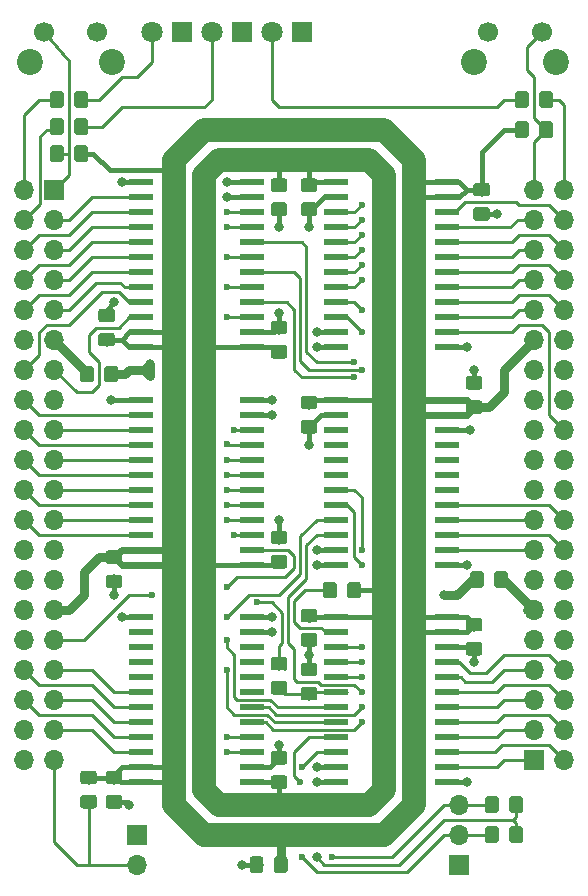
<source format=gtl>
G04 #@! TF.GenerationSoftware,KiCad,Pcbnew,5.1.4-e60b266~84~ubuntu18.04.1*
G04 #@! TF.CreationDate,2019-09-22T15:50:52+01:00*
G04 #@! TF.ProjectId,z80_adapter,7a38305f-6164-4617-9074-65722e6b6963,rev?*
G04 #@! TF.SameCoordinates,PX9fdfbc0PY791ddc0*
G04 #@! TF.FileFunction,Copper,L1,Top*
G04 #@! TF.FilePolarity,Positive*
%FSLAX46Y46*%
G04 Gerber Fmt 4.6, Leading zero omitted, Abs format (unit mm)*
G04 Created by KiCad (PCBNEW 5.1.4-e60b266~84~ubuntu18.04.1) date 2019-09-22 15:50:52*
%MOMM*%
%LPD*%
G04 APERTURE LIST*
%ADD10C,0.100000*%
%ADD11C,1.150000*%
%ADD12R,2.000000X0.600000*%
%ADD13O,1.700000X1.700000*%
%ADD14R,1.700000X1.700000*%
%ADD15C,2.200000*%
%ADD16C,1.700000*%
%ADD17C,1.800000*%
%ADD18R,1.800000X1.800000*%
%ADD19C,0.800000*%
%ADD20C,0.600000*%
%ADD21C,0.400000*%
%ADD22C,0.250000*%
%ADD23C,2.000000*%
%ADD24C,0.800000*%
%ADD25C,0.600000*%
G04 APERTURE END LIST*
D10*
G36*
X24604505Y21401796D02*
G01*
X24628773Y21398196D01*
X24652572Y21392235D01*
X24675671Y21383970D01*
X24697850Y21373480D01*
X24718893Y21360868D01*
X24738599Y21346253D01*
X24756777Y21329777D01*
X24773253Y21311599D01*
X24787868Y21291893D01*
X24800480Y21270850D01*
X24810970Y21248671D01*
X24819235Y21225572D01*
X24825196Y21201773D01*
X24828796Y21177505D01*
X24830000Y21153001D01*
X24830000Y20502999D01*
X24828796Y20478495D01*
X24825196Y20454227D01*
X24819235Y20430428D01*
X24810970Y20407329D01*
X24800480Y20385150D01*
X24787868Y20364107D01*
X24773253Y20344401D01*
X24756777Y20326223D01*
X24738599Y20309747D01*
X24718893Y20295132D01*
X24697850Y20282520D01*
X24675671Y20272030D01*
X24652572Y20263765D01*
X24628773Y20257804D01*
X24604505Y20254204D01*
X24580001Y20253000D01*
X23679999Y20253000D01*
X23655495Y20254204D01*
X23631227Y20257804D01*
X23607428Y20263765D01*
X23584329Y20272030D01*
X23562150Y20282520D01*
X23541107Y20295132D01*
X23521401Y20309747D01*
X23503223Y20326223D01*
X23486747Y20344401D01*
X23472132Y20364107D01*
X23459520Y20385150D01*
X23449030Y20407329D01*
X23440765Y20430428D01*
X23434804Y20454227D01*
X23431204Y20478495D01*
X23430000Y20502999D01*
X23430000Y21153001D01*
X23431204Y21177505D01*
X23434804Y21201773D01*
X23440765Y21225572D01*
X23449030Y21248671D01*
X23459520Y21270850D01*
X23472132Y21291893D01*
X23486747Y21311599D01*
X23503223Y21329777D01*
X23521401Y21346253D01*
X23541107Y21360868D01*
X23562150Y21373480D01*
X23584329Y21383970D01*
X23607428Y21392235D01*
X23631227Y21398196D01*
X23655495Y21401796D01*
X23679999Y21403000D01*
X24580001Y21403000D01*
X24604505Y21401796D01*
X24604505Y21401796D01*
G37*
D11*
X24130000Y20828000D03*
D10*
G36*
X24604505Y19351796D02*
G01*
X24628773Y19348196D01*
X24652572Y19342235D01*
X24675671Y19333970D01*
X24697850Y19323480D01*
X24718893Y19310868D01*
X24738599Y19296253D01*
X24756777Y19279777D01*
X24773253Y19261599D01*
X24787868Y19241893D01*
X24800480Y19220850D01*
X24810970Y19198671D01*
X24819235Y19175572D01*
X24825196Y19151773D01*
X24828796Y19127505D01*
X24830000Y19103001D01*
X24830000Y18452999D01*
X24828796Y18428495D01*
X24825196Y18404227D01*
X24819235Y18380428D01*
X24810970Y18357329D01*
X24800480Y18335150D01*
X24787868Y18314107D01*
X24773253Y18294401D01*
X24756777Y18276223D01*
X24738599Y18259747D01*
X24718893Y18245132D01*
X24697850Y18232520D01*
X24675671Y18222030D01*
X24652572Y18213765D01*
X24628773Y18207804D01*
X24604505Y18204204D01*
X24580001Y18203000D01*
X23679999Y18203000D01*
X23655495Y18204204D01*
X23631227Y18207804D01*
X23607428Y18213765D01*
X23584329Y18222030D01*
X23562150Y18232520D01*
X23541107Y18245132D01*
X23521401Y18259747D01*
X23503223Y18276223D01*
X23486747Y18294401D01*
X23472132Y18314107D01*
X23459520Y18335150D01*
X23449030Y18357329D01*
X23440765Y18380428D01*
X23434804Y18404227D01*
X23431204Y18428495D01*
X23430000Y18452999D01*
X23430000Y19103001D01*
X23431204Y19127505D01*
X23434804Y19151773D01*
X23440765Y19175572D01*
X23449030Y19198671D01*
X23459520Y19220850D01*
X23472132Y19241893D01*
X23486747Y19261599D01*
X23503223Y19279777D01*
X23521401Y19296253D01*
X23541107Y19310868D01*
X23562150Y19323480D01*
X23584329Y19333970D01*
X23607428Y19342235D01*
X23631227Y19348196D01*
X23655495Y19351796D01*
X23679999Y19353000D01*
X24580001Y19353000D01*
X24604505Y19351796D01*
X24604505Y19351796D01*
G37*
D11*
X24130000Y18778000D03*
D10*
G36*
X27144505Y20911796D02*
G01*
X27168773Y20908196D01*
X27192572Y20902235D01*
X27215671Y20893970D01*
X27237850Y20883480D01*
X27258893Y20870868D01*
X27278599Y20856253D01*
X27296777Y20839777D01*
X27313253Y20821599D01*
X27327868Y20801893D01*
X27340480Y20780850D01*
X27350970Y20758671D01*
X27359235Y20735572D01*
X27365196Y20711773D01*
X27368796Y20687505D01*
X27370000Y20663001D01*
X27370000Y20012999D01*
X27368796Y19988495D01*
X27365196Y19964227D01*
X27359235Y19940428D01*
X27350970Y19917329D01*
X27340480Y19895150D01*
X27327868Y19874107D01*
X27313253Y19854401D01*
X27296777Y19836223D01*
X27278599Y19819747D01*
X27258893Y19805132D01*
X27237850Y19792520D01*
X27215671Y19782030D01*
X27192572Y19773765D01*
X27168773Y19767804D01*
X27144505Y19764204D01*
X27120001Y19763000D01*
X26219999Y19763000D01*
X26195495Y19764204D01*
X26171227Y19767804D01*
X26147428Y19773765D01*
X26124329Y19782030D01*
X26102150Y19792520D01*
X26081107Y19805132D01*
X26061401Y19819747D01*
X26043223Y19836223D01*
X26026747Y19854401D01*
X26012132Y19874107D01*
X25999520Y19895150D01*
X25989030Y19917329D01*
X25980765Y19940428D01*
X25974804Y19964227D01*
X25971204Y19988495D01*
X25970000Y20012999D01*
X25970000Y20663001D01*
X25971204Y20687505D01*
X25974804Y20711773D01*
X25980765Y20735572D01*
X25989030Y20758671D01*
X25999520Y20780850D01*
X26012132Y20801893D01*
X26026747Y20821599D01*
X26043223Y20839777D01*
X26061401Y20856253D01*
X26081107Y20870868D01*
X26102150Y20883480D01*
X26124329Y20893970D01*
X26147428Y20902235D01*
X26171227Y20908196D01*
X26195495Y20911796D01*
X26219999Y20913000D01*
X27120001Y20913000D01*
X27144505Y20911796D01*
X27144505Y20911796D01*
G37*
D11*
X26670000Y20338000D03*
D10*
G36*
X27144505Y18861796D02*
G01*
X27168773Y18858196D01*
X27192572Y18852235D01*
X27215671Y18843970D01*
X27237850Y18833480D01*
X27258893Y18820868D01*
X27278599Y18806253D01*
X27296777Y18789777D01*
X27313253Y18771599D01*
X27327868Y18751893D01*
X27340480Y18730850D01*
X27350970Y18708671D01*
X27359235Y18685572D01*
X27365196Y18661773D01*
X27368796Y18637505D01*
X27370000Y18613001D01*
X27370000Y17962999D01*
X27368796Y17938495D01*
X27365196Y17914227D01*
X27359235Y17890428D01*
X27350970Y17867329D01*
X27340480Y17845150D01*
X27327868Y17824107D01*
X27313253Y17804401D01*
X27296777Y17786223D01*
X27278599Y17769747D01*
X27258893Y17755132D01*
X27237850Y17742520D01*
X27215671Y17732030D01*
X27192572Y17723765D01*
X27168773Y17717804D01*
X27144505Y17714204D01*
X27120001Y17713000D01*
X26219999Y17713000D01*
X26195495Y17714204D01*
X26171227Y17717804D01*
X26147428Y17723765D01*
X26124329Y17732030D01*
X26102150Y17742520D01*
X26081107Y17755132D01*
X26061401Y17769747D01*
X26043223Y17786223D01*
X26026747Y17804401D01*
X26012132Y17824107D01*
X25999520Y17845150D01*
X25989030Y17867329D01*
X25980765Y17890428D01*
X25974804Y17914227D01*
X25971204Y17938495D01*
X25970000Y17962999D01*
X25970000Y18613001D01*
X25971204Y18637505D01*
X25974804Y18661773D01*
X25980765Y18685572D01*
X25989030Y18708671D01*
X25999520Y18730850D01*
X26012132Y18751893D01*
X26026747Y18771599D01*
X26043223Y18789777D01*
X26061401Y18806253D01*
X26081107Y18820868D01*
X26102150Y18833480D01*
X26124329Y18843970D01*
X26147428Y18852235D01*
X26171227Y18858196D01*
X26195495Y18861796D01*
X26219999Y18863000D01*
X27120001Y18863000D01*
X27144505Y18861796D01*
X27144505Y18861796D01*
G37*
D11*
X26670000Y18288000D03*
D10*
G36*
X24604505Y32078796D02*
G01*
X24628773Y32075196D01*
X24652572Y32069235D01*
X24675671Y32060970D01*
X24697850Y32050480D01*
X24718893Y32037868D01*
X24738599Y32023253D01*
X24756777Y32006777D01*
X24773253Y31988599D01*
X24787868Y31968893D01*
X24800480Y31947850D01*
X24810970Y31925671D01*
X24819235Y31902572D01*
X24825196Y31878773D01*
X24828796Y31854505D01*
X24830000Y31830001D01*
X24830000Y31179999D01*
X24828796Y31155495D01*
X24825196Y31131227D01*
X24819235Y31107428D01*
X24810970Y31084329D01*
X24800480Y31062150D01*
X24787868Y31041107D01*
X24773253Y31021401D01*
X24756777Y31003223D01*
X24738599Y30986747D01*
X24718893Y30972132D01*
X24697850Y30959520D01*
X24675671Y30949030D01*
X24652572Y30940765D01*
X24628773Y30934804D01*
X24604505Y30931204D01*
X24580001Y30930000D01*
X23679999Y30930000D01*
X23655495Y30931204D01*
X23631227Y30934804D01*
X23607428Y30940765D01*
X23584329Y30949030D01*
X23562150Y30959520D01*
X23541107Y30972132D01*
X23521401Y30986747D01*
X23503223Y31003223D01*
X23486747Y31021401D01*
X23472132Y31041107D01*
X23459520Y31062150D01*
X23449030Y31084329D01*
X23440765Y31107428D01*
X23434804Y31131227D01*
X23431204Y31155495D01*
X23430000Y31179999D01*
X23430000Y31830001D01*
X23431204Y31854505D01*
X23434804Y31878773D01*
X23440765Y31902572D01*
X23449030Y31925671D01*
X23459520Y31947850D01*
X23472132Y31968893D01*
X23486747Y31988599D01*
X23503223Y32006777D01*
X23521401Y32023253D01*
X23541107Y32037868D01*
X23562150Y32050480D01*
X23584329Y32060970D01*
X23607428Y32069235D01*
X23631227Y32075196D01*
X23655495Y32078796D01*
X23679999Y32080000D01*
X24580001Y32080000D01*
X24604505Y32078796D01*
X24604505Y32078796D01*
G37*
D11*
X24130000Y31505000D03*
D10*
G36*
X24604505Y30028796D02*
G01*
X24628773Y30025196D01*
X24652572Y30019235D01*
X24675671Y30010970D01*
X24697850Y30000480D01*
X24718893Y29987868D01*
X24738599Y29973253D01*
X24756777Y29956777D01*
X24773253Y29938599D01*
X24787868Y29918893D01*
X24800480Y29897850D01*
X24810970Y29875671D01*
X24819235Y29852572D01*
X24825196Y29828773D01*
X24828796Y29804505D01*
X24830000Y29780001D01*
X24830000Y29129999D01*
X24828796Y29105495D01*
X24825196Y29081227D01*
X24819235Y29057428D01*
X24810970Y29034329D01*
X24800480Y29012150D01*
X24787868Y28991107D01*
X24773253Y28971401D01*
X24756777Y28953223D01*
X24738599Y28936747D01*
X24718893Y28922132D01*
X24697850Y28909520D01*
X24675671Y28899030D01*
X24652572Y28890765D01*
X24628773Y28884804D01*
X24604505Y28881204D01*
X24580001Y28880000D01*
X23679999Y28880000D01*
X23655495Y28881204D01*
X23631227Y28884804D01*
X23607428Y28890765D01*
X23584329Y28899030D01*
X23562150Y28909520D01*
X23541107Y28922132D01*
X23521401Y28936747D01*
X23503223Y28953223D01*
X23486747Y28971401D01*
X23472132Y28991107D01*
X23459520Y29012150D01*
X23449030Y29034329D01*
X23440765Y29057428D01*
X23434804Y29081227D01*
X23431204Y29105495D01*
X23430000Y29129999D01*
X23430000Y29780001D01*
X23431204Y29804505D01*
X23434804Y29828773D01*
X23440765Y29852572D01*
X23449030Y29875671D01*
X23459520Y29897850D01*
X23472132Y29918893D01*
X23486747Y29938599D01*
X23503223Y29956777D01*
X23521401Y29973253D01*
X23541107Y29987868D01*
X23562150Y30000480D01*
X23584329Y30010970D01*
X23607428Y30019235D01*
X23631227Y30025196D01*
X23655495Y30028796D01*
X23679999Y30030000D01*
X24580001Y30030000D01*
X24604505Y30028796D01*
X24604505Y30028796D01*
G37*
D11*
X24130000Y29455000D03*
D10*
G36*
X41114505Y22653796D02*
G01*
X41138773Y22650196D01*
X41162572Y22644235D01*
X41185671Y22635970D01*
X41207850Y22625480D01*
X41228893Y22612868D01*
X41248599Y22598253D01*
X41266777Y22581777D01*
X41283253Y22563599D01*
X41297868Y22543893D01*
X41310480Y22522850D01*
X41320970Y22500671D01*
X41329235Y22477572D01*
X41335196Y22453773D01*
X41338796Y22429505D01*
X41340000Y22405001D01*
X41340000Y21754999D01*
X41338796Y21730495D01*
X41335196Y21706227D01*
X41329235Y21682428D01*
X41320970Y21659329D01*
X41310480Y21637150D01*
X41297868Y21616107D01*
X41283253Y21596401D01*
X41266777Y21578223D01*
X41248599Y21561747D01*
X41228893Y21547132D01*
X41207850Y21534520D01*
X41185671Y21524030D01*
X41162572Y21515765D01*
X41138773Y21509804D01*
X41114505Y21506204D01*
X41090001Y21505000D01*
X40189999Y21505000D01*
X40165495Y21506204D01*
X40141227Y21509804D01*
X40117428Y21515765D01*
X40094329Y21524030D01*
X40072150Y21534520D01*
X40051107Y21547132D01*
X40031401Y21561747D01*
X40013223Y21578223D01*
X39996747Y21596401D01*
X39982132Y21616107D01*
X39969520Y21637150D01*
X39959030Y21659329D01*
X39950765Y21682428D01*
X39944804Y21706227D01*
X39941204Y21730495D01*
X39940000Y21754999D01*
X39940000Y22405001D01*
X39941204Y22429505D01*
X39944804Y22453773D01*
X39950765Y22477572D01*
X39959030Y22500671D01*
X39969520Y22522850D01*
X39982132Y22543893D01*
X39996747Y22563599D01*
X40013223Y22581777D01*
X40031401Y22598253D01*
X40051107Y22612868D01*
X40072150Y22625480D01*
X40094329Y22635970D01*
X40117428Y22644235D01*
X40141227Y22650196D01*
X40165495Y22653796D01*
X40189999Y22655000D01*
X41090001Y22655000D01*
X41114505Y22653796D01*
X41114505Y22653796D01*
G37*
D11*
X40640000Y22080000D03*
D10*
G36*
X41114505Y24703796D02*
G01*
X41138773Y24700196D01*
X41162572Y24694235D01*
X41185671Y24685970D01*
X41207850Y24675480D01*
X41228893Y24662868D01*
X41248599Y24648253D01*
X41266777Y24631777D01*
X41283253Y24613599D01*
X41297868Y24593893D01*
X41310480Y24572850D01*
X41320970Y24550671D01*
X41329235Y24527572D01*
X41335196Y24503773D01*
X41338796Y24479505D01*
X41340000Y24455001D01*
X41340000Y23804999D01*
X41338796Y23780495D01*
X41335196Y23756227D01*
X41329235Y23732428D01*
X41320970Y23709329D01*
X41310480Y23687150D01*
X41297868Y23666107D01*
X41283253Y23646401D01*
X41266777Y23628223D01*
X41248599Y23611747D01*
X41228893Y23597132D01*
X41207850Y23584520D01*
X41185671Y23574030D01*
X41162572Y23565765D01*
X41138773Y23559804D01*
X41114505Y23556204D01*
X41090001Y23555000D01*
X40189999Y23555000D01*
X40165495Y23556204D01*
X40141227Y23559804D01*
X40117428Y23565765D01*
X40094329Y23574030D01*
X40072150Y23584520D01*
X40051107Y23597132D01*
X40031401Y23611747D01*
X40013223Y23628223D01*
X39996747Y23646401D01*
X39982132Y23666107D01*
X39969520Y23687150D01*
X39959030Y23709329D01*
X39950765Y23732428D01*
X39944804Y23756227D01*
X39941204Y23780495D01*
X39940000Y23804999D01*
X39940000Y24455001D01*
X39941204Y24479505D01*
X39944804Y24503773D01*
X39950765Y24527572D01*
X39959030Y24550671D01*
X39969520Y24572850D01*
X39982132Y24593893D01*
X39996747Y24613599D01*
X40013223Y24631777D01*
X40031401Y24648253D01*
X40051107Y24662868D01*
X40072150Y24675480D01*
X40094329Y24685970D01*
X40117428Y24694235D01*
X40141227Y24700196D01*
X40165495Y24703796D01*
X40189999Y24705000D01*
X41090001Y24705000D01*
X41114505Y24703796D01*
X41114505Y24703796D01*
G37*
D11*
X40640000Y24130000D03*
D10*
G36*
X27144505Y23415796D02*
G01*
X27168773Y23412196D01*
X27192572Y23406235D01*
X27215671Y23397970D01*
X27237850Y23387480D01*
X27258893Y23374868D01*
X27278599Y23360253D01*
X27296777Y23343777D01*
X27313253Y23325599D01*
X27327868Y23305893D01*
X27340480Y23284850D01*
X27350970Y23262671D01*
X27359235Y23239572D01*
X27365196Y23215773D01*
X27368796Y23191505D01*
X27370000Y23167001D01*
X27370000Y22516999D01*
X27368796Y22492495D01*
X27365196Y22468227D01*
X27359235Y22444428D01*
X27350970Y22421329D01*
X27340480Y22399150D01*
X27327868Y22378107D01*
X27313253Y22358401D01*
X27296777Y22340223D01*
X27278599Y22323747D01*
X27258893Y22309132D01*
X27237850Y22296520D01*
X27215671Y22286030D01*
X27192572Y22277765D01*
X27168773Y22271804D01*
X27144505Y22268204D01*
X27120001Y22267000D01*
X26219999Y22267000D01*
X26195495Y22268204D01*
X26171227Y22271804D01*
X26147428Y22277765D01*
X26124329Y22286030D01*
X26102150Y22296520D01*
X26081107Y22309132D01*
X26061401Y22323747D01*
X26043223Y22340223D01*
X26026747Y22358401D01*
X26012132Y22378107D01*
X25999520Y22399150D01*
X25989030Y22421329D01*
X25980765Y22444428D01*
X25974804Y22468227D01*
X25971204Y22492495D01*
X25970000Y22516999D01*
X25970000Y23167001D01*
X25971204Y23191505D01*
X25974804Y23215773D01*
X25980765Y23239572D01*
X25989030Y23262671D01*
X25999520Y23284850D01*
X26012132Y23305893D01*
X26026747Y23325599D01*
X26043223Y23343777D01*
X26061401Y23360253D01*
X26081107Y23374868D01*
X26102150Y23387480D01*
X26124329Y23397970D01*
X26147428Y23406235D01*
X26171227Y23412196D01*
X26195495Y23415796D01*
X26219999Y23417000D01*
X27120001Y23417000D01*
X27144505Y23415796D01*
X27144505Y23415796D01*
G37*
D11*
X26670000Y22842000D03*
D10*
G36*
X27144505Y25465796D02*
G01*
X27168773Y25462196D01*
X27192572Y25456235D01*
X27215671Y25447970D01*
X27237850Y25437480D01*
X27258893Y25424868D01*
X27278599Y25410253D01*
X27296777Y25393777D01*
X27313253Y25375599D01*
X27327868Y25355893D01*
X27340480Y25334850D01*
X27350970Y25312671D01*
X27359235Y25289572D01*
X27365196Y25265773D01*
X27368796Y25241505D01*
X27370000Y25217001D01*
X27370000Y24566999D01*
X27368796Y24542495D01*
X27365196Y24518227D01*
X27359235Y24494428D01*
X27350970Y24471329D01*
X27340480Y24449150D01*
X27327868Y24428107D01*
X27313253Y24408401D01*
X27296777Y24390223D01*
X27278599Y24373747D01*
X27258893Y24359132D01*
X27237850Y24346520D01*
X27215671Y24336030D01*
X27192572Y24327765D01*
X27168773Y24321804D01*
X27144505Y24318204D01*
X27120001Y24317000D01*
X26219999Y24317000D01*
X26195495Y24318204D01*
X26171227Y24321804D01*
X26147428Y24327765D01*
X26124329Y24336030D01*
X26102150Y24346520D01*
X26081107Y24359132D01*
X26061401Y24373747D01*
X26043223Y24390223D01*
X26026747Y24408401D01*
X26012132Y24428107D01*
X25999520Y24449150D01*
X25989030Y24471329D01*
X25980765Y24494428D01*
X25974804Y24518227D01*
X25971204Y24542495D01*
X25970000Y24566999D01*
X25970000Y25217001D01*
X25971204Y25241505D01*
X25974804Y25265773D01*
X25980765Y25289572D01*
X25989030Y25312671D01*
X25999520Y25334850D01*
X26012132Y25355893D01*
X26026747Y25375599D01*
X26043223Y25393777D01*
X26061401Y25410253D01*
X26081107Y25424868D01*
X26102150Y25437480D01*
X26124329Y25447970D01*
X26147428Y25456235D01*
X26171227Y25462196D01*
X26195495Y25465796D01*
X26219999Y25467000D01*
X27120001Y25467000D01*
X27144505Y25465796D01*
X27144505Y25465796D01*
G37*
D11*
X26670000Y24892000D03*
D12*
X38355000Y24765000D03*
X38355000Y23495000D03*
X38355000Y22225000D03*
X38355000Y20955000D03*
X38355000Y19685000D03*
X38355000Y18415000D03*
X38355000Y17145000D03*
X38355000Y15875000D03*
X38355000Y14605000D03*
X38355000Y13335000D03*
X38355000Y12065000D03*
X38355000Y10795000D03*
X28955000Y10795000D03*
X28955000Y12065000D03*
X28955000Y13335000D03*
X28955000Y14605000D03*
X28955000Y15875000D03*
X28955000Y17145000D03*
X28955000Y18415000D03*
X28955000Y19685000D03*
X28955000Y20955000D03*
X28955000Y22225000D03*
X28955000Y23495000D03*
X28955000Y24765000D03*
D10*
G36*
X28779505Y27749796D02*
G01*
X28803773Y27746196D01*
X28827572Y27740235D01*
X28850671Y27731970D01*
X28872850Y27721480D01*
X28893893Y27708868D01*
X28913599Y27694253D01*
X28931777Y27677777D01*
X28948253Y27659599D01*
X28962868Y27639893D01*
X28975480Y27618850D01*
X28985970Y27596671D01*
X28994235Y27573572D01*
X29000196Y27549773D01*
X29003796Y27525505D01*
X29005000Y27501001D01*
X29005000Y26600999D01*
X29003796Y26576495D01*
X29000196Y26552227D01*
X28994235Y26528428D01*
X28985970Y26505329D01*
X28975480Y26483150D01*
X28962868Y26462107D01*
X28948253Y26442401D01*
X28931777Y26424223D01*
X28913599Y26407747D01*
X28893893Y26393132D01*
X28872850Y26380520D01*
X28850671Y26370030D01*
X28827572Y26361765D01*
X28803773Y26355804D01*
X28779505Y26352204D01*
X28755001Y26351000D01*
X28104999Y26351000D01*
X28080495Y26352204D01*
X28056227Y26355804D01*
X28032428Y26361765D01*
X28009329Y26370030D01*
X27987150Y26380520D01*
X27966107Y26393132D01*
X27946401Y26407747D01*
X27928223Y26424223D01*
X27911747Y26442401D01*
X27897132Y26462107D01*
X27884520Y26483150D01*
X27874030Y26505329D01*
X27865765Y26528428D01*
X27859804Y26552227D01*
X27856204Y26576495D01*
X27855000Y26600999D01*
X27855000Y27501001D01*
X27856204Y27525505D01*
X27859804Y27549773D01*
X27865765Y27573572D01*
X27874030Y27596671D01*
X27884520Y27618850D01*
X27897132Y27639893D01*
X27911747Y27659599D01*
X27928223Y27677777D01*
X27946401Y27694253D01*
X27966107Y27708868D01*
X27987150Y27721480D01*
X28009329Y27731970D01*
X28032428Y27740235D01*
X28056227Y27746196D01*
X28080495Y27749796D01*
X28104999Y27751000D01*
X28755001Y27751000D01*
X28779505Y27749796D01*
X28779505Y27749796D01*
G37*
D11*
X28430000Y27051000D03*
D10*
G36*
X30829505Y27749796D02*
G01*
X30853773Y27746196D01*
X30877572Y27740235D01*
X30900671Y27731970D01*
X30922850Y27721480D01*
X30943893Y27708868D01*
X30963599Y27694253D01*
X30981777Y27677777D01*
X30998253Y27659599D01*
X31012868Y27639893D01*
X31025480Y27618850D01*
X31035970Y27596671D01*
X31044235Y27573572D01*
X31050196Y27549773D01*
X31053796Y27525505D01*
X31055000Y27501001D01*
X31055000Y26600999D01*
X31053796Y26576495D01*
X31050196Y26552227D01*
X31044235Y26528428D01*
X31035970Y26505329D01*
X31025480Y26483150D01*
X31012868Y26462107D01*
X30998253Y26442401D01*
X30981777Y26424223D01*
X30963599Y26407747D01*
X30943893Y26393132D01*
X30922850Y26380520D01*
X30900671Y26370030D01*
X30877572Y26361765D01*
X30853773Y26355804D01*
X30829505Y26352204D01*
X30805001Y26351000D01*
X30154999Y26351000D01*
X30130495Y26352204D01*
X30106227Y26355804D01*
X30082428Y26361765D01*
X30059329Y26370030D01*
X30037150Y26380520D01*
X30016107Y26393132D01*
X29996401Y26407747D01*
X29978223Y26424223D01*
X29961747Y26442401D01*
X29947132Y26462107D01*
X29934520Y26483150D01*
X29924030Y26505329D01*
X29915765Y26528428D01*
X29909804Y26552227D01*
X29906204Y26576495D01*
X29905000Y26600999D01*
X29905000Y27501001D01*
X29906204Y27525505D01*
X29909804Y27549773D01*
X29915765Y27573572D01*
X29924030Y27596671D01*
X29934520Y27618850D01*
X29947132Y27639893D01*
X29961747Y27659599D01*
X29978223Y27677777D01*
X29996401Y27694253D01*
X30016107Y27708868D01*
X30037150Y27721480D01*
X30059329Y27731970D01*
X30082428Y27740235D01*
X30106227Y27746196D01*
X30130495Y27749796D01*
X30154999Y27751000D01*
X30805001Y27751000D01*
X30829505Y27749796D01*
X30829505Y27749796D01*
G37*
D11*
X30480000Y27051000D03*
D10*
G36*
X44554505Y9588796D02*
G01*
X44578773Y9585196D01*
X44602572Y9579235D01*
X44625671Y9570970D01*
X44647850Y9560480D01*
X44668893Y9547868D01*
X44688599Y9533253D01*
X44706777Y9516777D01*
X44723253Y9498599D01*
X44737868Y9478893D01*
X44750480Y9457850D01*
X44760970Y9435671D01*
X44769235Y9412572D01*
X44775196Y9388773D01*
X44778796Y9364505D01*
X44780000Y9340001D01*
X44780000Y8439999D01*
X44778796Y8415495D01*
X44775196Y8391227D01*
X44769235Y8367428D01*
X44760970Y8344329D01*
X44750480Y8322150D01*
X44737868Y8301107D01*
X44723253Y8281401D01*
X44706777Y8263223D01*
X44688599Y8246747D01*
X44668893Y8232132D01*
X44647850Y8219520D01*
X44625671Y8209030D01*
X44602572Y8200765D01*
X44578773Y8194804D01*
X44554505Y8191204D01*
X44530001Y8190000D01*
X43879999Y8190000D01*
X43855495Y8191204D01*
X43831227Y8194804D01*
X43807428Y8200765D01*
X43784329Y8209030D01*
X43762150Y8219520D01*
X43741107Y8232132D01*
X43721401Y8246747D01*
X43703223Y8263223D01*
X43686747Y8281401D01*
X43672132Y8301107D01*
X43659520Y8322150D01*
X43649030Y8344329D01*
X43640765Y8367428D01*
X43634804Y8391227D01*
X43631204Y8415495D01*
X43630000Y8439999D01*
X43630000Y9340001D01*
X43631204Y9364505D01*
X43634804Y9388773D01*
X43640765Y9412572D01*
X43649030Y9435671D01*
X43659520Y9457850D01*
X43672132Y9478893D01*
X43686747Y9498599D01*
X43703223Y9516777D01*
X43721401Y9533253D01*
X43741107Y9547868D01*
X43762150Y9560480D01*
X43784329Y9570970D01*
X43807428Y9579235D01*
X43831227Y9585196D01*
X43855495Y9588796D01*
X43879999Y9590000D01*
X44530001Y9590000D01*
X44554505Y9588796D01*
X44554505Y9588796D01*
G37*
D11*
X44205000Y8890000D03*
D10*
G36*
X42504505Y9588796D02*
G01*
X42528773Y9585196D01*
X42552572Y9579235D01*
X42575671Y9570970D01*
X42597850Y9560480D01*
X42618893Y9547868D01*
X42638599Y9533253D01*
X42656777Y9516777D01*
X42673253Y9498599D01*
X42687868Y9478893D01*
X42700480Y9457850D01*
X42710970Y9435671D01*
X42719235Y9412572D01*
X42725196Y9388773D01*
X42728796Y9364505D01*
X42730000Y9340001D01*
X42730000Y8439999D01*
X42728796Y8415495D01*
X42725196Y8391227D01*
X42719235Y8367428D01*
X42710970Y8344329D01*
X42700480Y8322150D01*
X42687868Y8301107D01*
X42673253Y8281401D01*
X42656777Y8263223D01*
X42638599Y8246747D01*
X42618893Y8232132D01*
X42597850Y8219520D01*
X42575671Y8209030D01*
X42552572Y8200765D01*
X42528773Y8194804D01*
X42504505Y8191204D01*
X42480001Y8190000D01*
X41829999Y8190000D01*
X41805495Y8191204D01*
X41781227Y8194804D01*
X41757428Y8200765D01*
X41734329Y8209030D01*
X41712150Y8219520D01*
X41691107Y8232132D01*
X41671401Y8246747D01*
X41653223Y8263223D01*
X41636747Y8281401D01*
X41622132Y8301107D01*
X41609520Y8322150D01*
X41599030Y8344329D01*
X41590765Y8367428D01*
X41584804Y8391227D01*
X41581204Y8415495D01*
X41580000Y8439999D01*
X41580000Y9340001D01*
X41581204Y9364505D01*
X41584804Y9388773D01*
X41590765Y9412572D01*
X41599030Y9435671D01*
X41609520Y9457850D01*
X41622132Y9478893D01*
X41636747Y9498599D01*
X41653223Y9516777D01*
X41671401Y9533253D01*
X41691107Y9547868D01*
X41712150Y9560480D01*
X41734329Y9570970D01*
X41757428Y9579235D01*
X41781227Y9585196D01*
X41805495Y9588796D01*
X41829999Y9590000D01*
X42480001Y9590000D01*
X42504505Y9588796D01*
X42504505Y9588796D01*
G37*
D11*
X42155000Y8890000D03*
D12*
X12445000Y47625000D03*
X12445000Y48895000D03*
X12445000Y50165000D03*
X12445000Y51435000D03*
X12445000Y52705000D03*
X12445000Y53975000D03*
X12445000Y55245000D03*
X12445000Y56515000D03*
X12445000Y57785000D03*
X12445000Y59055000D03*
X12445000Y60325000D03*
X12445000Y61595000D03*
X21845000Y61595000D03*
X21845000Y60325000D03*
X21845000Y59055000D03*
X21845000Y57785000D03*
X21845000Y56515000D03*
X21845000Y55245000D03*
X21845000Y53975000D03*
X21845000Y52705000D03*
X21845000Y51435000D03*
X21845000Y50165000D03*
X21845000Y48895000D03*
X21845000Y47625000D03*
D13*
X12065000Y3810000D03*
D14*
X12065000Y6350000D03*
D13*
X39370000Y8890000D03*
X39370000Y6350000D03*
D14*
X39370000Y3810000D03*
D15*
X47605000Y71795000D03*
X40605000Y71795000D03*
D16*
X46355000Y74295000D03*
X41855000Y74295000D03*
D15*
X10004500Y71795000D03*
X3004500Y71795000D03*
D16*
X8754500Y74295000D03*
X4254500Y74295000D03*
D17*
X18415000Y74295000D03*
D18*
X20955000Y74295000D03*
D17*
X23495000Y74295000D03*
D18*
X26035000Y74295000D03*
D17*
X13335000Y74295000D03*
D18*
X15875000Y74295000D03*
D13*
X2540000Y12700000D03*
X5080000Y12700000D03*
X2540000Y15240000D03*
X5080000Y15240000D03*
X2540000Y17780000D03*
X5080000Y17780000D03*
X2540000Y20320000D03*
X5080000Y20320000D03*
X2540000Y22860000D03*
X5080000Y22860000D03*
X2540000Y25400000D03*
X5080000Y25400000D03*
X2540000Y27940000D03*
X5080000Y27940000D03*
X2540000Y30480000D03*
X5080000Y30480000D03*
X2540000Y33020000D03*
X5080000Y33020000D03*
X2540000Y35560000D03*
X5080000Y35560000D03*
X2540000Y38100000D03*
X5080000Y38100000D03*
X2540000Y40640000D03*
X5080000Y40640000D03*
X2540000Y43180000D03*
X5080000Y43180000D03*
X2540000Y45720000D03*
X5080000Y45720000D03*
X2540000Y48260000D03*
X5080000Y48260000D03*
X2540000Y50800000D03*
X5080000Y50800000D03*
X2540000Y53340000D03*
X5080000Y53340000D03*
X2540000Y55880000D03*
X5080000Y55880000D03*
X2540000Y58420000D03*
X5080000Y58420000D03*
X2540000Y60960000D03*
D14*
X5080000Y60960000D03*
D13*
X48260000Y60960000D03*
X45720000Y60960000D03*
X48260000Y58420000D03*
X45720000Y58420000D03*
X48260000Y55880000D03*
X45720000Y55880000D03*
X48260000Y53340000D03*
X45720000Y53340000D03*
X48260000Y50800000D03*
X45720000Y50800000D03*
X48260000Y48260000D03*
X45720000Y48260000D03*
X48260000Y45720000D03*
X45720000Y45720000D03*
X48260000Y43180000D03*
X45720000Y43180000D03*
X48260000Y40640000D03*
X45720000Y40640000D03*
X48260000Y38100000D03*
X45720000Y38100000D03*
X48260000Y35560000D03*
X45720000Y35560000D03*
X48260000Y33020000D03*
X45720000Y33020000D03*
X48260000Y30480000D03*
X45720000Y30480000D03*
X48260000Y27940000D03*
X45720000Y27940000D03*
X48260000Y25400000D03*
X45720000Y25400000D03*
X48260000Y22860000D03*
X45720000Y22860000D03*
X48260000Y20320000D03*
X45720000Y20320000D03*
X48260000Y17780000D03*
X45720000Y17780000D03*
X48260000Y15240000D03*
X45720000Y15240000D03*
X48260000Y12700000D03*
D14*
X45720000Y12700000D03*
D10*
G36*
X45044505Y69278796D02*
G01*
X45068773Y69275196D01*
X45092572Y69269235D01*
X45115671Y69260970D01*
X45137850Y69250480D01*
X45158893Y69237868D01*
X45178599Y69223253D01*
X45196777Y69206777D01*
X45213253Y69188599D01*
X45227868Y69168893D01*
X45240480Y69147850D01*
X45250970Y69125671D01*
X45259235Y69102572D01*
X45265196Y69078773D01*
X45268796Y69054505D01*
X45270000Y69030001D01*
X45270000Y68129999D01*
X45268796Y68105495D01*
X45265196Y68081227D01*
X45259235Y68057428D01*
X45250970Y68034329D01*
X45240480Y68012150D01*
X45227868Y67991107D01*
X45213253Y67971401D01*
X45196777Y67953223D01*
X45178599Y67936747D01*
X45158893Y67922132D01*
X45137850Y67909520D01*
X45115671Y67899030D01*
X45092572Y67890765D01*
X45068773Y67884804D01*
X45044505Y67881204D01*
X45020001Y67880000D01*
X44369999Y67880000D01*
X44345495Y67881204D01*
X44321227Y67884804D01*
X44297428Y67890765D01*
X44274329Y67899030D01*
X44252150Y67909520D01*
X44231107Y67922132D01*
X44211401Y67936747D01*
X44193223Y67953223D01*
X44176747Y67971401D01*
X44162132Y67991107D01*
X44149520Y68012150D01*
X44139030Y68034329D01*
X44130765Y68057428D01*
X44124804Y68081227D01*
X44121204Y68105495D01*
X44120000Y68129999D01*
X44120000Y69030001D01*
X44121204Y69054505D01*
X44124804Y69078773D01*
X44130765Y69102572D01*
X44139030Y69125671D01*
X44149520Y69147850D01*
X44162132Y69168893D01*
X44176747Y69188599D01*
X44193223Y69206777D01*
X44211401Y69223253D01*
X44231107Y69237868D01*
X44252150Y69250480D01*
X44274329Y69260970D01*
X44297428Y69269235D01*
X44321227Y69275196D01*
X44345495Y69278796D01*
X44369999Y69280000D01*
X45020001Y69280000D01*
X45044505Y69278796D01*
X45044505Y69278796D01*
G37*
D11*
X44695000Y68580000D03*
D10*
G36*
X47094505Y69278796D02*
G01*
X47118773Y69275196D01*
X47142572Y69269235D01*
X47165671Y69260970D01*
X47187850Y69250480D01*
X47208893Y69237868D01*
X47228599Y69223253D01*
X47246777Y69206777D01*
X47263253Y69188599D01*
X47277868Y69168893D01*
X47290480Y69147850D01*
X47300970Y69125671D01*
X47309235Y69102572D01*
X47315196Y69078773D01*
X47318796Y69054505D01*
X47320000Y69030001D01*
X47320000Y68129999D01*
X47318796Y68105495D01*
X47315196Y68081227D01*
X47309235Y68057428D01*
X47300970Y68034329D01*
X47290480Y68012150D01*
X47277868Y67991107D01*
X47263253Y67971401D01*
X47246777Y67953223D01*
X47228599Y67936747D01*
X47208893Y67922132D01*
X47187850Y67909520D01*
X47165671Y67899030D01*
X47142572Y67890765D01*
X47118773Y67884804D01*
X47094505Y67881204D01*
X47070001Y67880000D01*
X46419999Y67880000D01*
X46395495Y67881204D01*
X46371227Y67884804D01*
X46347428Y67890765D01*
X46324329Y67899030D01*
X46302150Y67909520D01*
X46281107Y67922132D01*
X46261401Y67936747D01*
X46243223Y67953223D01*
X46226747Y67971401D01*
X46212132Y67991107D01*
X46199520Y68012150D01*
X46189030Y68034329D01*
X46180765Y68057428D01*
X46174804Y68081227D01*
X46171204Y68105495D01*
X46170000Y68129999D01*
X46170000Y69030001D01*
X46171204Y69054505D01*
X46174804Y69078773D01*
X46180765Y69102572D01*
X46189030Y69125671D01*
X46199520Y69147850D01*
X46212132Y69168893D01*
X46226747Y69188599D01*
X46243223Y69206777D01*
X46261401Y69223253D01*
X46281107Y69237868D01*
X46302150Y69250480D01*
X46324329Y69260970D01*
X46347428Y69269235D01*
X46371227Y69275196D01*
X46395495Y69278796D01*
X46419999Y69280000D01*
X47070001Y69280000D01*
X47094505Y69278796D01*
X47094505Y69278796D01*
G37*
D11*
X46745000Y68580000D03*
D10*
G36*
X7724505Y66992796D02*
G01*
X7748773Y66989196D01*
X7772572Y66983235D01*
X7795671Y66974970D01*
X7817850Y66964480D01*
X7838893Y66951868D01*
X7858599Y66937253D01*
X7876777Y66920777D01*
X7893253Y66902599D01*
X7907868Y66882893D01*
X7920480Y66861850D01*
X7930970Y66839671D01*
X7939235Y66816572D01*
X7945196Y66792773D01*
X7948796Y66768505D01*
X7950000Y66744001D01*
X7950000Y65843999D01*
X7948796Y65819495D01*
X7945196Y65795227D01*
X7939235Y65771428D01*
X7930970Y65748329D01*
X7920480Y65726150D01*
X7907868Y65705107D01*
X7893253Y65685401D01*
X7876777Y65667223D01*
X7858599Y65650747D01*
X7838893Y65636132D01*
X7817850Y65623520D01*
X7795671Y65613030D01*
X7772572Y65604765D01*
X7748773Y65598804D01*
X7724505Y65595204D01*
X7700001Y65594000D01*
X7049999Y65594000D01*
X7025495Y65595204D01*
X7001227Y65598804D01*
X6977428Y65604765D01*
X6954329Y65613030D01*
X6932150Y65623520D01*
X6911107Y65636132D01*
X6891401Y65650747D01*
X6873223Y65667223D01*
X6856747Y65685401D01*
X6842132Y65705107D01*
X6829520Y65726150D01*
X6819030Y65748329D01*
X6810765Y65771428D01*
X6804804Y65795227D01*
X6801204Y65819495D01*
X6800000Y65843999D01*
X6800000Y66744001D01*
X6801204Y66768505D01*
X6804804Y66792773D01*
X6810765Y66816572D01*
X6819030Y66839671D01*
X6829520Y66861850D01*
X6842132Y66882893D01*
X6856747Y66902599D01*
X6873223Y66920777D01*
X6891401Y66937253D01*
X6911107Y66951868D01*
X6932150Y66964480D01*
X6954329Y66974970D01*
X6977428Y66983235D01*
X7001227Y66989196D01*
X7025495Y66992796D01*
X7049999Y66994000D01*
X7700001Y66994000D01*
X7724505Y66992796D01*
X7724505Y66992796D01*
G37*
D11*
X7375000Y66294000D03*
D10*
G36*
X5674505Y66992796D02*
G01*
X5698773Y66989196D01*
X5722572Y66983235D01*
X5745671Y66974970D01*
X5767850Y66964480D01*
X5788893Y66951868D01*
X5808599Y66937253D01*
X5826777Y66920777D01*
X5843253Y66902599D01*
X5857868Y66882893D01*
X5870480Y66861850D01*
X5880970Y66839671D01*
X5889235Y66816572D01*
X5895196Y66792773D01*
X5898796Y66768505D01*
X5900000Y66744001D01*
X5900000Y65843999D01*
X5898796Y65819495D01*
X5895196Y65795227D01*
X5889235Y65771428D01*
X5880970Y65748329D01*
X5870480Y65726150D01*
X5857868Y65705107D01*
X5843253Y65685401D01*
X5826777Y65667223D01*
X5808599Y65650747D01*
X5788893Y65636132D01*
X5767850Y65623520D01*
X5745671Y65613030D01*
X5722572Y65604765D01*
X5698773Y65598804D01*
X5674505Y65595204D01*
X5650001Y65594000D01*
X4999999Y65594000D01*
X4975495Y65595204D01*
X4951227Y65598804D01*
X4927428Y65604765D01*
X4904329Y65613030D01*
X4882150Y65623520D01*
X4861107Y65636132D01*
X4841401Y65650747D01*
X4823223Y65667223D01*
X4806747Y65685401D01*
X4792132Y65705107D01*
X4779520Y65726150D01*
X4769030Y65748329D01*
X4760765Y65771428D01*
X4754804Y65795227D01*
X4751204Y65819495D01*
X4750000Y65843999D01*
X4750000Y66744001D01*
X4751204Y66768505D01*
X4754804Y66792773D01*
X4760765Y66816572D01*
X4769030Y66839671D01*
X4779520Y66861850D01*
X4792132Y66882893D01*
X4806747Y66902599D01*
X4823223Y66920777D01*
X4841401Y66937253D01*
X4861107Y66951868D01*
X4882150Y66964480D01*
X4904329Y66974970D01*
X4927428Y66983235D01*
X4951227Y66989196D01*
X4975495Y66992796D01*
X4999999Y66994000D01*
X5650001Y66994000D01*
X5674505Y66992796D01*
X5674505Y66992796D01*
G37*
D11*
X5325000Y66294000D03*
D10*
G36*
X7724505Y69278796D02*
G01*
X7748773Y69275196D01*
X7772572Y69269235D01*
X7795671Y69260970D01*
X7817850Y69250480D01*
X7838893Y69237868D01*
X7858599Y69223253D01*
X7876777Y69206777D01*
X7893253Y69188599D01*
X7907868Y69168893D01*
X7920480Y69147850D01*
X7930970Y69125671D01*
X7939235Y69102572D01*
X7945196Y69078773D01*
X7948796Y69054505D01*
X7950000Y69030001D01*
X7950000Y68129999D01*
X7948796Y68105495D01*
X7945196Y68081227D01*
X7939235Y68057428D01*
X7930970Y68034329D01*
X7920480Y68012150D01*
X7907868Y67991107D01*
X7893253Y67971401D01*
X7876777Y67953223D01*
X7858599Y67936747D01*
X7838893Y67922132D01*
X7817850Y67909520D01*
X7795671Y67899030D01*
X7772572Y67890765D01*
X7748773Y67884804D01*
X7724505Y67881204D01*
X7700001Y67880000D01*
X7049999Y67880000D01*
X7025495Y67881204D01*
X7001227Y67884804D01*
X6977428Y67890765D01*
X6954329Y67899030D01*
X6932150Y67909520D01*
X6911107Y67922132D01*
X6891401Y67936747D01*
X6873223Y67953223D01*
X6856747Y67971401D01*
X6842132Y67991107D01*
X6829520Y68012150D01*
X6819030Y68034329D01*
X6810765Y68057428D01*
X6804804Y68081227D01*
X6801204Y68105495D01*
X6800000Y68129999D01*
X6800000Y69030001D01*
X6801204Y69054505D01*
X6804804Y69078773D01*
X6810765Y69102572D01*
X6819030Y69125671D01*
X6829520Y69147850D01*
X6842132Y69168893D01*
X6856747Y69188599D01*
X6873223Y69206777D01*
X6891401Y69223253D01*
X6911107Y69237868D01*
X6932150Y69250480D01*
X6954329Y69260970D01*
X6977428Y69269235D01*
X7001227Y69275196D01*
X7025495Y69278796D01*
X7049999Y69280000D01*
X7700001Y69280000D01*
X7724505Y69278796D01*
X7724505Y69278796D01*
G37*
D11*
X7375000Y68580000D03*
D10*
G36*
X5674505Y69278796D02*
G01*
X5698773Y69275196D01*
X5722572Y69269235D01*
X5745671Y69260970D01*
X5767850Y69250480D01*
X5788893Y69237868D01*
X5808599Y69223253D01*
X5826777Y69206777D01*
X5843253Y69188599D01*
X5857868Y69168893D01*
X5870480Y69147850D01*
X5880970Y69125671D01*
X5889235Y69102572D01*
X5895196Y69078773D01*
X5898796Y69054505D01*
X5900000Y69030001D01*
X5900000Y68129999D01*
X5898796Y68105495D01*
X5895196Y68081227D01*
X5889235Y68057428D01*
X5880970Y68034329D01*
X5870480Y68012150D01*
X5857868Y67991107D01*
X5843253Y67971401D01*
X5826777Y67953223D01*
X5808599Y67936747D01*
X5788893Y67922132D01*
X5767850Y67909520D01*
X5745671Y67899030D01*
X5722572Y67890765D01*
X5698773Y67884804D01*
X5674505Y67881204D01*
X5650001Y67880000D01*
X4999999Y67880000D01*
X4975495Y67881204D01*
X4951227Y67884804D01*
X4927428Y67890765D01*
X4904329Y67899030D01*
X4882150Y67909520D01*
X4861107Y67922132D01*
X4841401Y67936747D01*
X4823223Y67953223D01*
X4806747Y67971401D01*
X4792132Y67991107D01*
X4779520Y68012150D01*
X4769030Y68034329D01*
X4760765Y68057428D01*
X4754804Y68081227D01*
X4751204Y68105495D01*
X4750000Y68129999D01*
X4750000Y69030001D01*
X4751204Y69054505D01*
X4754804Y69078773D01*
X4760765Y69102572D01*
X4769030Y69125671D01*
X4779520Y69147850D01*
X4792132Y69168893D01*
X4806747Y69188599D01*
X4823223Y69206777D01*
X4841401Y69223253D01*
X4861107Y69237868D01*
X4882150Y69250480D01*
X4904329Y69260970D01*
X4927428Y69269235D01*
X4951227Y69275196D01*
X4975495Y69278796D01*
X4999999Y69280000D01*
X5650001Y69280000D01*
X5674505Y69278796D01*
X5674505Y69278796D01*
G37*
D11*
X5325000Y68580000D03*
D10*
G36*
X47094505Y66738796D02*
G01*
X47118773Y66735196D01*
X47142572Y66729235D01*
X47165671Y66720970D01*
X47187850Y66710480D01*
X47208893Y66697868D01*
X47228599Y66683253D01*
X47246777Y66666777D01*
X47263253Y66648599D01*
X47277868Y66628893D01*
X47290480Y66607850D01*
X47300970Y66585671D01*
X47309235Y66562572D01*
X47315196Y66538773D01*
X47318796Y66514505D01*
X47320000Y66490001D01*
X47320000Y65589999D01*
X47318796Y65565495D01*
X47315196Y65541227D01*
X47309235Y65517428D01*
X47300970Y65494329D01*
X47290480Y65472150D01*
X47277868Y65451107D01*
X47263253Y65431401D01*
X47246777Y65413223D01*
X47228599Y65396747D01*
X47208893Y65382132D01*
X47187850Y65369520D01*
X47165671Y65359030D01*
X47142572Y65350765D01*
X47118773Y65344804D01*
X47094505Y65341204D01*
X47070001Y65340000D01*
X46419999Y65340000D01*
X46395495Y65341204D01*
X46371227Y65344804D01*
X46347428Y65350765D01*
X46324329Y65359030D01*
X46302150Y65369520D01*
X46281107Y65382132D01*
X46261401Y65396747D01*
X46243223Y65413223D01*
X46226747Y65431401D01*
X46212132Y65451107D01*
X46199520Y65472150D01*
X46189030Y65494329D01*
X46180765Y65517428D01*
X46174804Y65541227D01*
X46171204Y65565495D01*
X46170000Y65589999D01*
X46170000Y66490001D01*
X46171204Y66514505D01*
X46174804Y66538773D01*
X46180765Y66562572D01*
X46189030Y66585671D01*
X46199520Y66607850D01*
X46212132Y66628893D01*
X46226747Y66648599D01*
X46243223Y66666777D01*
X46261401Y66683253D01*
X46281107Y66697868D01*
X46302150Y66710480D01*
X46324329Y66720970D01*
X46347428Y66729235D01*
X46371227Y66735196D01*
X46395495Y66738796D01*
X46419999Y66740000D01*
X47070001Y66740000D01*
X47094505Y66738796D01*
X47094505Y66738796D01*
G37*
D11*
X46745000Y66040000D03*
D10*
G36*
X45044505Y66738796D02*
G01*
X45068773Y66735196D01*
X45092572Y66729235D01*
X45115671Y66720970D01*
X45137850Y66710480D01*
X45158893Y66697868D01*
X45178599Y66683253D01*
X45196777Y66666777D01*
X45213253Y66648599D01*
X45227868Y66628893D01*
X45240480Y66607850D01*
X45250970Y66585671D01*
X45259235Y66562572D01*
X45265196Y66538773D01*
X45268796Y66514505D01*
X45270000Y66490001D01*
X45270000Y65589999D01*
X45268796Y65565495D01*
X45265196Y65541227D01*
X45259235Y65517428D01*
X45250970Y65494329D01*
X45240480Y65472150D01*
X45227868Y65451107D01*
X45213253Y65431401D01*
X45196777Y65413223D01*
X45178599Y65396747D01*
X45158893Y65382132D01*
X45137850Y65369520D01*
X45115671Y65359030D01*
X45092572Y65350765D01*
X45068773Y65344804D01*
X45044505Y65341204D01*
X45020001Y65340000D01*
X44369999Y65340000D01*
X44345495Y65341204D01*
X44321227Y65344804D01*
X44297428Y65350765D01*
X44274329Y65359030D01*
X44252150Y65369520D01*
X44231107Y65382132D01*
X44211401Y65396747D01*
X44193223Y65413223D01*
X44176747Y65431401D01*
X44162132Y65451107D01*
X44149520Y65472150D01*
X44139030Y65494329D01*
X44130765Y65517428D01*
X44124804Y65541227D01*
X44121204Y65565495D01*
X44120000Y65589999D01*
X44120000Y66490001D01*
X44121204Y66514505D01*
X44124804Y66538773D01*
X44130765Y66562572D01*
X44139030Y66585671D01*
X44149520Y66607850D01*
X44162132Y66628893D01*
X44176747Y66648599D01*
X44193223Y66666777D01*
X44211401Y66683253D01*
X44231107Y66697868D01*
X44252150Y66710480D01*
X44274329Y66720970D01*
X44297428Y66729235D01*
X44321227Y66735196D01*
X44345495Y66738796D01*
X44369999Y66740000D01*
X45020001Y66740000D01*
X45044505Y66738796D01*
X45044505Y66738796D01*
G37*
D11*
X44695000Y66040000D03*
D10*
G36*
X5674505Y64706796D02*
G01*
X5698773Y64703196D01*
X5722572Y64697235D01*
X5745671Y64688970D01*
X5767850Y64678480D01*
X5788893Y64665868D01*
X5808599Y64651253D01*
X5826777Y64634777D01*
X5843253Y64616599D01*
X5857868Y64596893D01*
X5870480Y64575850D01*
X5880970Y64553671D01*
X5889235Y64530572D01*
X5895196Y64506773D01*
X5898796Y64482505D01*
X5900000Y64458001D01*
X5900000Y63557999D01*
X5898796Y63533495D01*
X5895196Y63509227D01*
X5889235Y63485428D01*
X5880970Y63462329D01*
X5870480Y63440150D01*
X5857868Y63419107D01*
X5843253Y63399401D01*
X5826777Y63381223D01*
X5808599Y63364747D01*
X5788893Y63350132D01*
X5767850Y63337520D01*
X5745671Y63327030D01*
X5722572Y63318765D01*
X5698773Y63312804D01*
X5674505Y63309204D01*
X5650001Y63308000D01*
X4999999Y63308000D01*
X4975495Y63309204D01*
X4951227Y63312804D01*
X4927428Y63318765D01*
X4904329Y63327030D01*
X4882150Y63337520D01*
X4861107Y63350132D01*
X4841401Y63364747D01*
X4823223Y63381223D01*
X4806747Y63399401D01*
X4792132Y63419107D01*
X4779520Y63440150D01*
X4769030Y63462329D01*
X4760765Y63485428D01*
X4754804Y63509227D01*
X4751204Y63533495D01*
X4750000Y63557999D01*
X4750000Y64458001D01*
X4751204Y64482505D01*
X4754804Y64506773D01*
X4760765Y64530572D01*
X4769030Y64553671D01*
X4779520Y64575850D01*
X4792132Y64596893D01*
X4806747Y64616599D01*
X4823223Y64634777D01*
X4841401Y64651253D01*
X4861107Y64665868D01*
X4882150Y64678480D01*
X4904329Y64688970D01*
X4927428Y64697235D01*
X4951227Y64703196D01*
X4975495Y64706796D01*
X4999999Y64708000D01*
X5650001Y64708000D01*
X5674505Y64706796D01*
X5674505Y64706796D01*
G37*
D11*
X5325000Y64008000D03*
D10*
G36*
X7724505Y64706796D02*
G01*
X7748773Y64703196D01*
X7772572Y64697235D01*
X7795671Y64688970D01*
X7817850Y64678480D01*
X7838893Y64665868D01*
X7858599Y64651253D01*
X7876777Y64634777D01*
X7893253Y64616599D01*
X7907868Y64596893D01*
X7920480Y64575850D01*
X7930970Y64553671D01*
X7939235Y64530572D01*
X7945196Y64506773D01*
X7948796Y64482505D01*
X7950000Y64458001D01*
X7950000Y63557999D01*
X7948796Y63533495D01*
X7945196Y63509227D01*
X7939235Y63485428D01*
X7930970Y63462329D01*
X7920480Y63440150D01*
X7907868Y63419107D01*
X7893253Y63399401D01*
X7876777Y63381223D01*
X7858599Y63364747D01*
X7838893Y63350132D01*
X7817850Y63337520D01*
X7795671Y63327030D01*
X7772572Y63318765D01*
X7748773Y63312804D01*
X7724505Y63309204D01*
X7700001Y63308000D01*
X7049999Y63308000D01*
X7025495Y63309204D01*
X7001227Y63312804D01*
X6977428Y63318765D01*
X6954329Y63327030D01*
X6932150Y63337520D01*
X6911107Y63350132D01*
X6891401Y63364747D01*
X6873223Y63381223D01*
X6856747Y63399401D01*
X6842132Y63419107D01*
X6829520Y63440150D01*
X6819030Y63462329D01*
X6810765Y63485428D01*
X6804804Y63509227D01*
X6801204Y63533495D01*
X6800000Y63557999D01*
X6800000Y64458001D01*
X6801204Y64482505D01*
X6804804Y64506773D01*
X6810765Y64530572D01*
X6819030Y64553671D01*
X6829520Y64575850D01*
X6842132Y64596893D01*
X6856747Y64616599D01*
X6873223Y64634777D01*
X6891401Y64651253D01*
X6911107Y64665868D01*
X6932150Y64678480D01*
X6954329Y64688970D01*
X6977428Y64697235D01*
X7001227Y64703196D01*
X7025495Y64706796D01*
X7049999Y64708000D01*
X7700001Y64708000D01*
X7724505Y64706796D01*
X7724505Y64706796D01*
G37*
D11*
X7375000Y64008000D03*
D10*
G36*
X8475505Y9708796D02*
G01*
X8499773Y9705196D01*
X8523572Y9699235D01*
X8546671Y9690970D01*
X8568850Y9680480D01*
X8589893Y9667868D01*
X8609599Y9653253D01*
X8627777Y9636777D01*
X8644253Y9618599D01*
X8658868Y9598893D01*
X8671480Y9577850D01*
X8681970Y9555671D01*
X8690235Y9532572D01*
X8696196Y9508773D01*
X8699796Y9484505D01*
X8701000Y9460001D01*
X8701000Y8809999D01*
X8699796Y8785495D01*
X8696196Y8761227D01*
X8690235Y8737428D01*
X8681970Y8714329D01*
X8671480Y8692150D01*
X8658868Y8671107D01*
X8644253Y8651401D01*
X8627777Y8633223D01*
X8609599Y8616747D01*
X8589893Y8602132D01*
X8568850Y8589520D01*
X8546671Y8579030D01*
X8523572Y8570765D01*
X8499773Y8564804D01*
X8475505Y8561204D01*
X8451001Y8560000D01*
X7550999Y8560000D01*
X7526495Y8561204D01*
X7502227Y8564804D01*
X7478428Y8570765D01*
X7455329Y8579030D01*
X7433150Y8589520D01*
X7412107Y8602132D01*
X7392401Y8616747D01*
X7374223Y8633223D01*
X7357747Y8651401D01*
X7343132Y8671107D01*
X7330520Y8692150D01*
X7320030Y8714329D01*
X7311765Y8737428D01*
X7305804Y8761227D01*
X7302204Y8785495D01*
X7301000Y8809999D01*
X7301000Y9460001D01*
X7302204Y9484505D01*
X7305804Y9508773D01*
X7311765Y9532572D01*
X7320030Y9555671D01*
X7330520Y9577850D01*
X7343132Y9598893D01*
X7357747Y9618599D01*
X7374223Y9636777D01*
X7392401Y9653253D01*
X7412107Y9667868D01*
X7433150Y9680480D01*
X7455329Y9690970D01*
X7478428Y9699235D01*
X7502227Y9705196D01*
X7526495Y9708796D01*
X7550999Y9710000D01*
X8451001Y9710000D01*
X8475505Y9708796D01*
X8475505Y9708796D01*
G37*
D11*
X8001000Y9135000D03*
D10*
G36*
X8475505Y11758796D02*
G01*
X8499773Y11755196D01*
X8523572Y11749235D01*
X8546671Y11740970D01*
X8568850Y11730480D01*
X8589893Y11717868D01*
X8609599Y11703253D01*
X8627777Y11686777D01*
X8644253Y11668599D01*
X8658868Y11648893D01*
X8671480Y11627850D01*
X8681970Y11605671D01*
X8690235Y11582572D01*
X8696196Y11558773D01*
X8699796Y11534505D01*
X8701000Y11510001D01*
X8701000Y10859999D01*
X8699796Y10835495D01*
X8696196Y10811227D01*
X8690235Y10787428D01*
X8681970Y10764329D01*
X8671480Y10742150D01*
X8658868Y10721107D01*
X8644253Y10701401D01*
X8627777Y10683223D01*
X8609599Y10666747D01*
X8589893Y10652132D01*
X8568850Y10639520D01*
X8546671Y10629030D01*
X8523572Y10620765D01*
X8499773Y10614804D01*
X8475505Y10611204D01*
X8451001Y10610000D01*
X7550999Y10610000D01*
X7526495Y10611204D01*
X7502227Y10614804D01*
X7478428Y10620765D01*
X7455329Y10629030D01*
X7433150Y10639520D01*
X7412107Y10652132D01*
X7392401Y10666747D01*
X7374223Y10683223D01*
X7357747Y10701401D01*
X7343132Y10721107D01*
X7330520Y10742150D01*
X7320030Y10764329D01*
X7311765Y10787428D01*
X7305804Y10811227D01*
X7302204Y10835495D01*
X7301000Y10859999D01*
X7301000Y11510001D01*
X7302204Y11534505D01*
X7305804Y11558773D01*
X7311765Y11582572D01*
X7320030Y11605671D01*
X7330520Y11627850D01*
X7343132Y11648893D01*
X7357747Y11668599D01*
X7374223Y11686777D01*
X7392401Y11703253D01*
X7412107Y11717868D01*
X7433150Y11730480D01*
X7455329Y11740970D01*
X7478428Y11749235D01*
X7502227Y11755196D01*
X7526495Y11758796D01*
X7550999Y11760000D01*
X8451001Y11760000D01*
X8475505Y11758796D01*
X8475505Y11758796D01*
G37*
D11*
X8001000Y11185000D03*
D10*
G36*
X44554505Y7048796D02*
G01*
X44578773Y7045196D01*
X44602572Y7039235D01*
X44625671Y7030970D01*
X44647850Y7020480D01*
X44668893Y7007868D01*
X44688599Y6993253D01*
X44706777Y6976777D01*
X44723253Y6958599D01*
X44737868Y6938893D01*
X44750480Y6917850D01*
X44760970Y6895671D01*
X44769235Y6872572D01*
X44775196Y6848773D01*
X44778796Y6824505D01*
X44780000Y6800001D01*
X44780000Y5899999D01*
X44778796Y5875495D01*
X44775196Y5851227D01*
X44769235Y5827428D01*
X44760970Y5804329D01*
X44750480Y5782150D01*
X44737868Y5761107D01*
X44723253Y5741401D01*
X44706777Y5723223D01*
X44688599Y5706747D01*
X44668893Y5692132D01*
X44647850Y5679520D01*
X44625671Y5669030D01*
X44602572Y5660765D01*
X44578773Y5654804D01*
X44554505Y5651204D01*
X44530001Y5650000D01*
X43879999Y5650000D01*
X43855495Y5651204D01*
X43831227Y5654804D01*
X43807428Y5660765D01*
X43784329Y5669030D01*
X43762150Y5679520D01*
X43741107Y5692132D01*
X43721401Y5706747D01*
X43703223Y5723223D01*
X43686747Y5741401D01*
X43672132Y5761107D01*
X43659520Y5782150D01*
X43649030Y5804329D01*
X43640765Y5827428D01*
X43634804Y5851227D01*
X43631204Y5875495D01*
X43630000Y5899999D01*
X43630000Y6800001D01*
X43631204Y6824505D01*
X43634804Y6848773D01*
X43640765Y6872572D01*
X43649030Y6895671D01*
X43659520Y6917850D01*
X43672132Y6938893D01*
X43686747Y6958599D01*
X43703223Y6976777D01*
X43721401Y6993253D01*
X43741107Y7007868D01*
X43762150Y7020480D01*
X43784329Y7030970D01*
X43807428Y7039235D01*
X43831227Y7045196D01*
X43855495Y7048796D01*
X43879999Y7050000D01*
X44530001Y7050000D01*
X44554505Y7048796D01*
X44554505Y7048796D01*
G37*
D11*
X44205000Y6350000D03*
D10*
G36*
X42504505Y7048796D02*
G01*
X42528773Y7045196D01*
X42552572Y7039235D01*
X42575671Y7030970D01*
X42597850Y7020480D01*
X42618893Y7007868D01*
X42638599Y6993253D01*
X42656777Y6976777D01*
X42673253Y6958599D01*
X42687868Y6938893D01*
X42700480Y6917850D01*
X42710970Y6895671D01*
X42719235Y6872572D01*
X42725196Y6848773D01*
X42728796Y6824505D01*
X42730000Y6800001D01*
X42730000Y5899999D01*
X42728796Y5875495D01*
X42725196Y5851227D01*
X42719235Y5827428D01*
X42710970Y5804329D01*
X42700480Y5782150D01*
X42687868Y5761107D01*
X42673253Y5741401D01*
X42656777Y5723223D01*
X42638599Y5706747D01*
X42618893Y5692132D01*
X42597850Y5679520D01*
X42575671Y5669030D01*
X42552572Y5660765D01*
X42528773Y5654804D01*
X42504505Y5651204D01*
X42480001Y5650000D01*
X41829999Y5650000D01*
X41805495Y5651204D01*
X41781227Y5654804D01*
X41757428Y5660765D01*
X41734329Y5669030D01*
X41712150Y5679520D01*
X41691107Y5692132D01*
X41671401Y5706747D01*
X41653223Y5723223D01*
X41636747Y5741401D01*
X41622132Y5761107D01*
X41609520Y5782150D01*
X41599030Y5804329D01*
X41590765Y5827428D01*
X41584804Y5851227D01*
X41581204Y5875495D01*
X41580000Y5899999D01*
X41580000Y6800001D01*
X41581204Y6824505D01*
X41584804Y6848773D01*
X41590765Y6872572D01*
X41599030Y6895671D01*
X41609520Y6917850D01*
X41622132Y6938893D01*
X41636747Y6958599D01*
X41653223Y6976777D01*
X41671401Y6993253D01*
X41691107Y7007868D01*
X41712150Y7020480D01*
X41734329Y7030970D01*
X41757428Y7039235D01*
X41781227Y7045196D01*
X41805495Y7048796D01*
X41829999Y7050000D01*
X42480001Y7050000D01*
X42504505Y7048796D01*
X42504505Y7048796D01*
G37*
D11*
X42155000Y6350000D03*
D10*
G36*
X41234505Y28638796D02*
G01*
X41258773Y28635196D01*
X41282572Y28629235D01*
X41305671Y28620970D01*
X41327850Y28610480D01*
X41348893Y28597868D01*
X41368599Y28583253D01*
X41386777Y28566777D01*
X41403253Y28548599D01*
X41417868Y28528893D01*
X41430480Y28507850D01*
X41440970Y28485671D01*
X41449235Y28462572D01*
X41455196Y28438773D01*
X41458796Y28414505D01*
X41460000Y28390001D01*
X41460000Y27489999D01*
X41458796Y27465495D01*
X41455196Y27441227D01*
X41449235Y27417428D01*
X41440970Y27394329D01*
X41430480Y27372150D01*
X41417868Y27351107D01*
X41403253Y27331401D01*
X41386777Y27313223D01*
X41368599Y27296747D01*
X41348893Y27282132D01*
X41327850Y27269520D01*
X41305671Y27259030D01*
X41282572Y27250765D01*
X41258773Y27244804D01*
X41234505Y27241204D01*
X41210001Y27240000D01*
X40559999Y27240000D01*
X40535495Y27241204D01*
X40511227Y27244804D01*
X40487428Y27250765D01*
X40464329Y27259030D01*
X40442150Y27269520D01*
X40421107Y27282132D01*
X40401401Y27296747D01*
X40383223Y27313223D01*
X40366747Y27331401D01*
X40352132Y27351107D01*
X40339520Y27372150D01*
X40329030Y27394329D01*
X40320765Y27417428D01*
X40314804Y27441227D01*
X40311204Y27465495D01*
X40310000Y27489999D01*
X40310000Y28390001D01*
X40311204Y28414505D01*
X40314804Y28438773D01*
X40320765Y28462572D01*
X40329030Y28485671D01*
X40339520Y28507850D01*
X40352132Y28528893D01*
X40366747Y28548599D01*
X40383223Y28566777D01*
X40401401Y28583253D01*
X40421107Y28597868D01*
X40442150Y28610480D01*
X40464329Y28620970D01*
X40487428Y28629235D01*
X40511227Y28635196D01*
X40535495Y28638796D01*
X40559999Y28640000D01*
X41210001Y28640000D01*
X41234505Y28638796D01*
X41234505Y28638796D01*
G37*
D11*
X40885000Y27940000D03*
D10*
G36*
X43284505Y28638796D02*
G01*
X43308773Y28635196D01*
X43332572Y28629235D01*
X43355671Y28620970D01*
X43377850Y28610480D01*
X43398893Y28597868D01*
X43418599Y28583253D01*
X43436777Y28566777D01*
X43453253Y28548599D01*
X43467868Y28528893D01*
X43480480Y28507850D01*
X43490970Y28485671D01*
X43499235Y28462572D01*
X43505196Y28438773D01*
X43508796Y28414505D01*
X43510000Y28390001D01*
X43510000Y27489999D01*
X43508796Y27465495D01*
X43505196Y27441227D01*
X43499235Y27417428D01*
X43490970Y27394329D01*
X43480480Y27372150D01*
X43467868Y27351107D01*
X43453253Y27331401D01*
X43436777Y27313223D01*
X43418599Y27296747D01*
X43398893Y27282132D01*
X43377850Y27269520D01*
X43355671Y27259030D01*
X43332572Y27250765D01*
X43308773Y27244804D01*
X43284505Y27241204D01*
X43260001Y27240000D01*
X42609999Y27240000D01*
X42585495Y27241204D01*
X42561227Y27244804D01*
X42537428Y27250765D01*
X42514329Y27259030D01*
X42492150Y27269520D01*
X42471107Y27282132D01*
X42451401Y27296747D01*
X42433223Y27313223D01*
X42416747Y27331401D01*
X42402132Y27351107D01*
X42389520Y27372150D01*
X42379030Y27394329D01*
X42370765Y27417428D01*
X42364804Y27441227D01*
X42361204Y27465495D01*
X42360000Y27489999D01*
X42360000Y28390001D01*
X42361204Y28414505D01*
X42364804Y28438773D01*
X42370765Y28462572D01*
X42379030Y28485671D01*
X42389520Y28507850D01*
X42402132Y28528893D01*
X42416747Y28548599D01*
X42433223Y28566777D01*
X42451401Y28583253D01*
X42471107Y28597868D01*
X42492150Y28610480D01*
X42514329Y28620970D01*
X42537428Y28629235D01*
X42561227Y28635196D01*
X42585495Y28638796D01*
X42609999Y28640000D01*
X43260001Y28640000D01*
X43284505Y28638796D01*
X43284505Y28638796D01*
G37*
D11*
X42935000Y27940000D03*
D10*
G36*
X10264505Y46037796D02*
G01*
X10288773Y46034196D01*
X10312572Y46028235D01*
X10335671Y46019970D01*
X10357850Y46009480D01*
X10378893Y45996868D01*
X10398599Y45982253D01*
X10416777Y45965777D01*
X10433253Y45947599D01*
X10447868Y45927893D01*
X10460480Y45906850D01*
X10470970Y45884671D01*
X10479235Y45861572D01*
X10485196Y45837773D01*
X10488796Y45813505D01*
X10490000Y45789001D01*
X10490000Y44888999D01*
X10488796Y44864495D01*
X10485196Y44840227D01*
X10479235Y44816428D01*
X10470970Y44793329D01*
X10460480Y44771150D01*
X10447868Y44750107D01*
X10433253Y44730401D01*
X10416777Y44712223D01*
X10398599Y44695747D01*
X10378893Y44681132D01*
X10357850Y44668520D01*
X10335671Y44658030D01*
X10312572Y44649765D01*
X10288773Y44643804D01*
X10264505Y44640204D01*
X10240001Y44639000D01*
X9589999Y44639000D01*
X9565495Y44640204D01*
X9541227Y44643804D01*
X9517428Y44649765D01*
X9494329Y44658030D01*
X9472150Y44668520D01*
X9451107Y44681132D01*
X9431401Y44695747D01*
X9413223Y44712223D01*
X9396747Y44730401D01*
X9382132Y44750107D01*
X9369520Y44771150D01*
X9359030Y44793329D01*
X9350765Y44816428D01*
X9344804Y44840227D01*
X9341204Y44864495D01*
X9340000Y44888999D01*
X9340000Y45789001D01*
X9341204Y45813505D01*
X9344804Y45837773D01*
X9350765Y45861572D01*
X9359030Y45884671D01*
X9369520Y45906850D01*
X9382132Y45927893D01*
X9396747Y45947599D01*
X9413223Y45965777D01*
X9431401Y45982253D01*
X9451107Y45996868D01*
X9472150Y46009480D01*
X9494329Y46019970D01*
X9517428Y46028235D01*
X9541227Y46034196D01*
X9565495Y46037796D01*
X9589999Y46039000D01*
X10240001Y46039000D01*
X10264505Y46037796D01*
X10264505Y46037796D01*
G37*
D11*
X9915000Y45339000D03*
D10*
G36*
X8214505Y46037796D02*
G01*
X8238773Y46034196D01*
X8262572Y46028235D01*
X8285671Y46019970D01*
X8307850Y46009480D01*
X8328893Y45996868D01*
X8348599Y45982253D01*
X8366777Y45965777D01*
X8383253Y45947599D01*
X8397868Y45927893D01*
X8410480Y45906850D01*
X8420970Y45884671D01*
X8429235Y45861572D01*
X8435196Y45837773D01*
X8438796Y45813505D01*
X8440000Y45789001D01*
X8440000Y44888999D01*
X8438796Y44864495D01*
X8435196Y44840227D01*
X8429235Y44816428D01*
X8420970Y44793329D01*
X8410480Y44771150D01*
X8397868Y44750107D01*
X8383253Y44730401D01*
X8366777Y44712223D01*
X8348599Y44695747D01*
X8328893Y44681132D01*
X8307850Y44668520D01*
X8285671Y44658030D01*
X8262572Y44649765D01*
X8238773Y44643804D01*
X8214505Y44640204D01*
X8190001Y44639000D01*
X7539999Y44639000D01*
X7515495Y44640204D01*
X7491227Y44643804D01*
X7467428Y44649765D01*
X7444329Y44658030D01*
X7422150Y44668520D01*
X7401107Y44681132D01*
X7381401Y44695747D01*
X7363223Y44712223D01*
X7346747Y44730401D01*
X7332132Y44750107D01*
X7319520Y44771150D01*
X7309030Y44793329D01*
X7300765Y44816428D01*
X7294804Y44840227D01*
X7291204Y44864495D01*
X7290000Y44888999D01*
X7290000Y45789001D01*
X7291204Y45813505D01*
X7294804Y45837773D01*
X7300765Y45861572D01*
X7309030Y45884671D01*
X7319520Y45906850D01*
X7332132Y45927893D01*
X7346747Y45947599D01*
X7363223Y45965777D01*
X7381401Y45982253D01*
X7401107Y45996868D01*
X7422150Y46009480D01*
X7444329Y46019970D01*
X7467428Y46028235D01*
X7491227Y46034196D01*
X7515495Y46037796D01*
X7539999Y46039000D01*
X8190001Y46039000D01*
X8214505Y46037796D01*
X8214505Y46037796D01*
G37*
D11*
X7865000Y45339000D03*
D10*
G36*
X22574505Y4508796D02*
G01*
X22598773Y4505196D01*
X22622572Y4499235D01*
X22645671Y4490970D01*
X22667850Y4480480D01*
X22688893Y4467868D01*
X22708599Y4453253D01*
X22726777Y4436777D01*
X22743253Y4418599D01*
X22757868Y4398893D01*
X22770480Y4377850D01*
X22780970Y4355671D01*
X22789235Y4332572D01*
X22795196Y4308773D01*
X22798796Y4284505D01*
X22800000Y4260001D01*
X22800000Y3359999D01*
X22798796Y3335495D01*
X22795196Y3311227D01*
X22789235Y3287428D01*
X22780970Y3264329D01*
X22770480Y3242150D01*
X22757868Y3221107D01*
X22743253Y3201401D01*
X22726777Y3183223D01*
X22708599Y3166747D01*
X22688893Y3152132D01*
X22667850Y3139520D01*
X22645671Y3129030D01*
X22622572Y3120765D01*
X22598773Y3114804D01*
X22574505Y3111204D01*
X22550001Y3110000D01*
X21899999Y3110000D01*
X21875495Y3111204D01*
X21851227Y3114804D01*
X21827428Y3120765D01*
X21804329Y3129030D01*
X21782150Y3139520D01*
X21761107Y3152132D01*
X21741401Y3166747D01*
X21723223Y3183223D01*
X21706747Y3201401D01*
X21692132Y3221107D01*
X21679520Y3242150D01*
X21669030Y3264329D01*
X21660765Y3287428D01*
X21654804Y3311227D01*
X21651204Y3335495D01*
X21650000Y3359999D01*
X21650000Y4260001D01*
X21651204Y4284505D01*
X21654804Y4308773D01*
X21660765Y4332572D01*
X21669030Y4355671D01*
X21679520Y4377850D01*
X21692132Y4398893D01*
X21706747Y4418599D01*
X21723223Y4436777D01*
X21741401Y4453253D01*
X21761107Y4467868D01*
X21782150Y4480480D01*
X21804329Y4490970D01*
X21827428Y4499235D01*
X21851227Y4505196D01*
X21875495Y4508796D01*
X21899999Y4510000D01*
X22550001Y4510000D01*
X22574505Y4508796D01*
X22574505Y4508796D01*
G37*
D11*
X22225000Y3810000D03*
D10*
G36*
X24624505Y4508796D02*
G01*
X24648773Y4505196D01*
X24672572Y4499235D01*
X24695671Y4490970D01*
X24717850Y4480480D01*
X24738893Y4467868D01*
X24758599Y4453253D01*
X24776777Y4436777D01*
X24793253Y4418599D01*
X24807868Y4398893D01*
X24820480Y4377850D01*
X24830970Y4355671D01*
X24839235Y4332572D01*
X24845196Y4308773D01*
X24848796Y4284505D01*
X24850000Y4260001D01*
X24850000Y3359999D01*
X24848796Y3335495D01*
X24845196Y3311227D01*
X24839235Y3287428D01*
X24830970Y3264329D01*
X24820480Y3242150D01*
X24807868Y3221107D01*
X24793253Y3201401D01*
X24776777Y3183223D01*
X24758599Y3166747D01*
X24738893Y3152132D01*
X24717850Y3139520D01*
X24695671Y3129030D01*
X24672572Y3120765D01*
X24648773Y3114804D01*
X24624505Y3111204D01*
X24600001Y3110000D01*
X23949999Y3110000D01*
X23925495Y3111204D01*
X23901227Y3114804D01*
X23877428Y3120765D01*
X23854329Y3129030D01*
X23832150Y3139520D01*
X23811107Y3152132D01*
X23791401Y3166747D01*
X23773223Y3183223D01*
X23756747Y3201401D01*
X23742132Y3221107D01*
X23729520Y3242150D01*
X23719030Y3264329D01*
X23710765Y3287428D01*
X23704804Y3311227D01*
X23701204Y3335495D01*
X23700000Y3359999D01*
X23700000Y4260001D01*
X23701204Y4284505D01*
X23704804Y4308773D01*
X23710765Y4332572D01*
X23719030Y4355671D01*
X23729520Y4377850D01*
X23742132Y4398893D01*
X23756747Y4418599D01*
X23773223Y4436777D01*
X23791401Y4453253D01*
X23811107Y4467868D01*
X23832150Y4480480D01*
X23854329Y4490970D01*
X23877428Y4499235D01*
X23901227Y4505196D01*
X23925495Y4508796D01*
X23949999Y4510000D01*
X24600001Y4510000D01*
X24624505Y4508796D01*
X24624505Y4508796D01*
G37*
D11*
X24275000Y3810000D03*
D10*
G36*
X41749505Y59483796D02*
G01*
X41773773Y59480196D01*
X41797572Y59474235D01*
X41820671Y59465970D01*
X41842850Y59455480D01*
X41863893Y59442868D01*
X41883599Y59428253D01*
X41901777Y59411777D01*
X41918253Y59393599D01*
X41932868Y59373893D01*
X41945480Y59352850D01*
X41955970Y59330671D01*
X41964235Y59307572D01*
X41970196Y59283773D01*
X41973796Y59259505D01*
X41975000Y59235001D01*
X41975000Y58584999D01*
X41973796Y58560495D01*
X41970196Y58536227D01*
X41964235Y58512428D01*
X41955970Y58489329D01*
X41945480Y58467150D01*
X41932868Y58446107D01*
X41918253Y58426401D01*
X41901777Y58408223D01*
X41883599Y58391747D01*
X41863893Y58377132D01*
X41842850Y58364520D01*
X41820671Y58354030D01*
X41797572Y58345765D01*
X41773773Y58339804D01*
X41749505Y58336204D01*
X41725001Y58335000D01*
X40824999Y58335000D01*
X40800495Y58336204D01*
X40776227Y58339804D01*
X40752428Y58345765D01*
X40729329Y58354030D01*
X40707150Y58364520D01*
X40686107Y58377132D01*
X40666401Y58391747D01*
X40648223Y58408223D01*
X40631747Y58426401D01*
X40617132Y58446107D01*
X40604520Y58467150D01*
X40594030Y58489329D01*
X40585765Y58512428D01*
X40579804Y58536227D01*
X40576204Y58560495D01*
X40575000Y58584999D01*
X40575000Y59235001D01*
X40576204Y59259505D01*
X40579804Y59283773D01*
X40585765Y59307572D01*
X40594030Y59330671D01*
X40604520Y59352850D01*
X40617132Y59373893D01*
X40631747Y59393599D01*
X40648223Y59411777D01*
X40666401Y59428253D01*
X40686107Y59442868D01*
X40707150Y59455480D01*
X40729329Y59465970D01*
X40752428Y59474235D01*
X40776227Y59480196D01*
X40800495Y59483796D01*
X40824999Y59485000D01*
X41725001Y59485000D01*
X41749505Y59483796D01*
X41749505Y59483796D01*
G37*
D11*
X41275000Y58910000D03*
D10*
G36*
X41749505Y61533796D02*
G01*
X41773773Y61530196D01*
X41797572Y61524235D01*
X41820671Y61515970D01*
X41842850Y61505480D01*
X41863893Y61492868D01*
X41883599Y61478253D01*
X41901777Y61461777D01*
X41918253Y61443599D01*
X41932868Y61423893D01*
X41945480Y61402850D01*
X41955970Y61380671D01*
X41964235Y61357572D01*
X41970196Y61333773D01*
X41973796Y61309505D01*
X41975000Y61285001D01*
X41975000Y60634999D01*
X41973796Y60610495D01*
X41970196Y60586227D01*
X41964235Y60562428D01*
X41955970Y60539329D01*
X41945480Y60517150D01*
X41932868Y60496107D01*
X41918253Y60476401D01*
X41901777Y60458223D01*
X41883599Y60441747D01*
X41863893Y60427132D01*
X41842850Y60414520D01*
X41820671Y60404030D01*
X41797572Y60395765D01*
X41773773Y60389804D01*
X41749505Y60386204D01*
X41725001Y60385000D01*
X40824999Y60385000D01*
X40800495Y60386204D01*
X40776227Y60389804D01*
X40752428Y60395765D01*
X40729329Y60404030D01*
X40707150Y60414520D01*
X40686107Y60427132D01*
X40666401Y60441747D01*
X40648223Y60458223D01*
X40631747Y60476401D01*
X40617132Y60496107D01*
X40604520Y60517150D01*
X40594030Y60539329D01*
X40585765Y60562428D01*
X40579804Y60586227D01*
X40576204Y60610495D01*
X40575000Y60634999D01*
X40575000Y61285001D01*
X40576204Y61309505D01*
X40579804Y61333773D01*
X40585765Y61357572D01*
X40594030Y61380671D01*
X40604520Y61402850D01*
X40617132Y61423893D01*
X40631747Y61443599D01*
X40648223Y61461777D01*
X40666401Y61478253D01*
X40686107Y61492868D01*
X40707150Y61505480D01*
X40729329Y61515970D01*
X40752428Y61524235D01*
X40776227Y61530196D01*
X40800495Y61533796D01*
X40824999Y61535000D01*
X41725001Y61535000D01*
X41749505Y61533796D01*
X41749505Y61533796D01*
G37*
D11*
X41275000Y60960000D03*
D10*
G36*
X41114505Y45168796D02*
G01*
X41138773Y45165196D01*
X41162572Y45159235D01*
X41185671Y45150970D01*
X41207850Y45140480D01*
X41228893Y45127868D01*
X41248599Y45113253D01*
X41266777Y45096777D01*
X41283253Y45078599D01*
X41297868Y45058893D01*
X41310480Y45037850D01*
X41320970Y45015671D01*
X41329235Y44992572D01*
X41335196Y44968773D01*
X41338796Y44944505D01*
X41340000Y44920001D01*
X41340000Y44269999D01*
X41338796Y44245495D01*
X41335196Y44221227D01*
X41329235Y44197428D01*
X41320970Y44174329D01*
X41310480Y44152150D01*
X41297868Y44131107D01*
X41283253Y44111401D01*
X41266777Y44093223D01*
X41248599Y44076747D01*
X41228893Y44062132D01*
X41207850Y44049520D01*
X41185671Y44039030D01*
X41162572Y44030765D01*
X41138773Y44024804D01*
X41114505Y44021204D01*
X41090001Y44020000D01*
X40189999Y44020000D01*
X40165495Y44021204D01*
X40141227Y44024804D01*
X40117428Y44030765D01*
X40094329Y44039030D01*
X40072150Y44049520D01*
X40051107Y44062132D01*
X40031401Y44076747D01*
X40013223Y44093223D01*
X39996747Y44111401D01*
X39982132Y44131107D01*
X39969520Y44152150D01*
X39959030Y44174329D01*
X39950765Y44197428D01*
X39944804Y44221227D01*
X39941204Y44245495D01*
X39940000Y44269999D01*
X39940000Y44920001D01*
X39941204Y44944505D01*
X39944804Y44968773D01*
X39950765Y44992572D01*
X39959030Y45015671D01*
X39969520Y45037850D01*
X39982132Y45058893D01*
X39996747Y45078599D01*
X40013223Y45096777D01*
X40031401Y45113253D01*
X40051107Y45127868D01*
X40072150Y45140480D01*
X40094329Y45150970D01*
X40117428Y45159235D01*
X40141227Y45165196D01*
X40165495Y45168796D01*
X40189999Y45170000D01*
X41090001Y45170000D01*
X41114505Y45168796D01*
X41114505Y45168796D01*
G37*
D11*
X40640000Y44595000D03*
D10*
G36*
X41114505Y43118796D02*
G01*
X41138773Y43115196D01*
X41162572Y43109235D01*
X41185671Y43100970D01*
X41207850Y43090480D01*
X41228893Y43077868D01*
X41248599Y43063253D01*
X41266777Y43046777D01*
X41283253Y43028599D01*
X41297868Y43008893D01*
X41310480Y42987850D01*
X41320970Y42965671D01*
X41329235Y42942572D01*
X41335196Y42918773D01*
X41338796Y42894505D01*
X41340000Y42870001D01*
X41340000Y42219999D01*
X41338796Y42195495D01*
X41335196Y42171227D01*
X41329235Y42147428D01*
X41320970Y42124329D01*
X41310480Y42102150D01*
X41297868Y42081107D01*
X41283253Y42061401D01*
X41266777Y42043223D01*
X41248599Y42026747D01*
X41228893Y42012132D01*
X41207850Y41999520D01*
X41185671Y41989030D01*
X41162572Y41980765D01*
X41138773Y41974804D01*
X41114505Y41971204D01*
X41090001Y41970000D01*
X40189999Y41970000D01*
X40165495Y41971204D01*
X40141227Y41974804D01*
X40117428Y41980765D01*
X40094329Y41989030D01*
X40072150Y41999520D01*
X40051107Y42012132D01*
X40031401Y42026747D01*
X40013223Y42043223D01*
X39996747Y42061401D01*
X39982132Y42081107D01*
X39969520Y42102150D01*
X39959030Y42124329D01*
X39950765Y42147428D01*
X39944804Y42171227D01*
X39941204Y42195495D01*
X39940000Y42219999D01*
X39940000Y42870001D01*
X39941204Y42894505D01*
X39944804Y42918773D01*
X39950765Y42942572D01*
X39959030Y42965671D01*
X39969520Y42987850D01*
X39982132Y43008893D01*
X39996747Y43028599D01*
X40013223Y43046777D01*
X40031401Y43063253D01*
X40051107Y43077868D01*
X40072150Y43090480D01*
X40094329Y43100970D01*
X40117428Y43109235D01*
X40141227Y43115196D01*
X40165495Y43118796D01*
X40189999Y43120000D01*
X41090001Y43120000D01*
X41114505Y43118796D01*
X41114505Y43118796D01*
G37*
D11*
X40640000Y42545000D03*
D10*
G36*
X10634505Y9708796D02*
G01*
X10658773Y9705196D01*
X10682572Y9699235D01*
X10705671Y9690970D01*
X10727850Y9680480D01*
X10748893Y9667868D01*
X10768599Y9653253D01*
X10786777Y9636777D01*
X10803253Y9618599D01*
X10817868Y9598893D01*
X10830480Y9577850D01*
X10840970Y9555671D01*
X10849235Y9532572D01*
X10855196Y9508773D01*
X10858796Y9484505D01*
X10860000Y9460001D01*
X10860000Y8809999D01*
X10858796Y8785495D01*
X10855196Y8761227D01*
X10849235Y8737428D01*
X10840970Y8714329D01*
X10830480Y8692150D01*
X10817868Y8671107D01*
X10803253Y8651401D01*
X10786777Y8633223D01*
X10768599Y8616747D01*
X10748893Y8602132D01*
X10727850Y8589520D01*
X10705671Y8579030D01*
X10682572Y8570765D01*
X10658773Y8564804D01*
X10634505Y8561204D01*
X10610001Y8560000D01*
X9709999Y8560000D01*
X9685495Y8561204D01*
X9661227Y8564804D01*
X9637428Y8570765D01*
X9614329Y8579030D01*
X9592150Y8589520D01*
X9571107Y8602132D01*
X9551401Y8616747D01*
X9533223Y8633223D01*
X9516747Y8651401D01*
X9502132Y8671107D01*
X9489520Y8692150D01*
X9479030Y8714329D01*
X9470765Y8737428D01*
X9464804Y8761227D01*
X9461204Y8785495D01*
X9460000Y8809999D01*
X9460000Y9460001D01*
X9461204Y9484505D01*
X9464804Y9508773D01*
X9470765Y9532572D01*
X9479030Y9555671D01*
X9489520Y9577850D01*
X9502132Y9598893D01*
X9516747Y9618599D01*
X9533223Y9636777D01*
X9551401Y9653253D01*
X9571107Y9667868D01*
X9592150Y9680480D01*
X9614329Y9690970D01*
X9637428Y9699235D01*
X9661227Y9705196D01*
X9685495Y9708796D01*
X9709999Y9710000D01*
X10610001Y9710000D01*
X10634505Y9708796D01*
X10634505Y9708796D01*
G37*
D11*
X10160000Y9135000D03*
D10*
G36*
X10634505Y11758796D02*
G01*
X10658773Y11755196D01*
X10682572Y11749235D01*
X10705671Y11740970D01*
X10727850Y11730480D01*
X10748893Y11717868D01*
X10768599Y11703253D01*
X10786777Y11686777D01*
X10803253Y11668599D01*
X10817868Y11648893D01*
X10830480Y11627850D01*
X10840970Y11605671D01*
X10849235Y11582572D01*
X10855196Y11558773D01*
X10858796Y11534505D01*
X10860000Y11510001D01*
X10860000Y10859999D01*
X10858796Y10835495D01*
X10855196Y10811227D01*
X10849235Y10787428D01*
X10840970Y10764329D01*
X10830480Y10742150D01*
X10817868Y10721107D01*
X10803253Y10701401D01*
X10786777Y10683223D01*
X10768599Y10666747D01*
X10748893Y10652132D01*
X10727850Y10639520D01*
X10705671Y10629030D01*
X10682572Y10620765D01*
X10658773Y10614804D01*
X10634505Y10611204D01*
X10610001Y10610000D01*
X9709999Y10610000D01*
X9685495Y10611204D01*
X9661227Y10614804D01*
X9637428Y10620765D01*
X9614329Y10629030D01*
X9592150Y10639520D01*
X9571107Y10652132D01*
X9551401Y10666747D01*
X9533223Y10683223D01*
X9516747Y10701401D01*
X9502132Y10721107D01*
X9489520Y10742150D01*
X9479030Y10764329D01*
X9470765Y10787428D01*
X9464804Y10811227D01*
X9461204Y10835495D01*
X9460000Y10859999D01*
X9460000Y11510001D01*
X9461204Y11534505D01*
X9464804Y11558773D01*
X9470765Y11582572D01*
X9479030Y11605671D01*
X9489520Y11627850D01*
X9502132Y11648893D01*
X9516747Y11668599D01*
X9533223Y11686777D01*
X9551401Y11703253D01*
X9571107Y11717868D01*
X9592150Y11730480D01*
X9614329Y11740970D01*
X9637428Y11749235D01*
X9661227Y11755196D01*
X9685495Y11758796D01*
X9709999Y11760000D01*
X10610001Y11760000D01*
X10634505Y11758796D01*
X10634505Y11758796D01*
G37*
D11*
X10160000Y11185000D03*
D10*
G36*
X10634505Y28368796D02*
G01*
X10658773Y28365196D01*
X10682572Y28359235D01*
X10705671Y28350970D01*
X10727850Y28340480D01*
X10748893Y28327868D01*
X10768599Y28313253D01*
X10786777Y28296777D01*
X10803253Y28278599D01*
X10817868Y28258893D01*
X10830480Y28237850D01*
X10840970Y28215671D01*
X10849235Y28192572D01*
X10855196Y28168773D01*
X10858796Y28144505D01*
X10860000Y28120001D01*
X10860000Y27469999D01*
X10858796Y27445495D01*
X10855196Y27421227D01*
X10849235Y27397428D01*
X10840970Y27374329D01*
X10830480Y27352150D01*
X10817868Y27331107D01*
X10803253Y27311401D01*
X10786777Y27293223D01*
X10768599Y27276747D01*
X10748893Y27262132D01*
X10727850Y27249520D01*
X10705671Y27239030D01*
X10682572Y27230765D01*
X10658773Y27224804D01*
X10634505Y27221204D01*
X10610001Y27220000D01*
X9709999Y27220000D01*
X9685495Y27221204D01*
X9661227Y27224804D01*
X9637428Y27230765D01*
X9614329Y27239030D01*
X9592150Y27249520D01*
X9571107Y27262132D01*
X9551401Y27276747D01*
X9533223Y27293223D01*
X9516747Y27311401D01*
X9502132Y27331107D01*
X9489520Y27352150D01*
X9479030Y27374329D01*
X9470765Y27397428D01*
X9464804Y27421227D01*
X9461204Y27445495D01*
X9460000Y27469999D01*
X9460000Y28120001D01*
X9461204Y28144505D01*
X9464804Y28168773D01*
X9470765Y28192572D01*
X9479030Y28215671D01*
X9489520Y28237850D01*
X9502132Y28258893D01*
X9516747Y28278599D01*
X9533223Y28296777D01*
X9551401Y28313253D01*
X9571107Y28327868D01*
X9592150Y28340480D01*
X9614329Y28350970D01*
X9637428Y28359235D01*
X9661227Y28365196D01*
X9685495Y28368796D01*
X9709999Y28370000D01*
X10610001Y28370000D01*
X10634505Y28368796D01*
X10634505Y28368796D01*
G37*
D11*
X10160000Y27795000D03*
D10*
G36*
X10634505Y30418796D02*
G01*
X10658773Y30415196D01*
X10682572Y30409235D01*
X10705671Y30400970D01*
X10727850Y30390480D01*
X10748893Y30377868D01*
X10768599Y30363253D01*
X10786777Y30346777D01*
X10803253Y30328599D01*
X10817868Y30308893D01*
X10830480Y30287850D01*
X10840970Y30265671D01*
X10849235Y30242572D01*
X10855196Y30218773D01*
X10858796Y30194505D01*
X10860000Y30170001D01*
X10860000Y29519999D01*
X10858796Y29495495D01*
X10855196Y29471227D01*
X10849235Y29447428D01*
X10840970Y29424329D01*
X10830480Y29402150D01*
X10817868Y29381107D01*
X10803253Y29361401D01*
X10786777Y29343223D01*
X10768599Y29326747D01*
X10748893Y29312132D01*
X10727850Y29299520D01*
X10705671Y29289030D01*
X10682572Y29280765D01*
X10658773Y29274804D01*
X10634505Y29271204D01*
X10610001Y29270000D01*
X9709999Y29270000D01*
X9685495Y29271204D01*
X9661227Y29274804D01*
X9637428Y29280765D01*
X9614329Y29289030D01*
X9592150Y29299520D01*
X9571107Y29312132D01*
X9551401Y29326747D01*
X9533223Y29343223D01*
X9516747Y29361401D01*
X9502132Y29381107D01*
X9489520Y29402150D01*
X9479030Y29424329D01*
X9470765Y29447428D01*
X9464804Y29471227D01*
X9461204Y29495495D01*
X9460000Y29519999D01*
X9460000Y30170001D01*
X9461204Y30194505D01*
X9464804Y30218773D01*
X9470765Y30242572D01*
X9479030Y30265671D01*
X9489520Y30287850D01*
X9502132Y30308893D01*
X9516747Y30328599D01*
X9533223Y30346777D01*
X9551401Y30363253D01*
X9571107Y30377868D01*
X9592150Y30390480D01*
X9614329Y30400970D01*
X9637428Y30409235D01*
X9661227Y30415196D01*
X9685495Y30418796D01*
X9709999Y30420000D01*
X10610001Y30420000D01*
X10634505Y30418796D01*
X10634505Y30418796D01*
G37*
D11*
X10160000Y29845000D03*
D10*
G36*
X9999505Y50883796D02*
G01*
X10023773Y50880196D01*
X10047572Y50874235D01*
X10070671Y50865970D01*
X10092850Y50855480D01*
X10113893Y50842868D01*
X10133599Y50828253D01*
X10151777Y50811777D01*
X10168253Y50793599D01*
X10182868Y50773893D01*
X10195480Y50752850D01*
X10205970Y50730671D01*
X10214235Y50707572D01*
X10220196Y50683773D01*
X10223796Y50659505D01*
X10225000Y50635001D01*
X10225000Y49984999D01*
X10223796Y49960495D01*
X10220196Y49936227D01*
X10214235Y49912428D01*
X10205970Y49889329D01*
X10195480Y49867150D01*
X10182868Y49846107D01*
X10168253Y49826401D01*
X10151777Y49808223D01*
X10133599Y49791747D01*
X10113893Y49777132D01*
X10092850Y49764520D01*
X10070671Y49754030D01*
X10047572Y49745765D01*
X10023773Y49739804D01*
X9999505Y49736204D01*
X9975001Y49735000D01*
X9074999Y49735000D01*
X9050495Y49736204D01*
X9026227Y49739804D01*
X9002428Y49745765D01*
X8979329Y49754030D01*
X8957150Y49764520D01*
X8936107Y49777132D01*
X8916401Y49791747D01*
X8898223Y49808223D01*
X8881747Y49826401D01*
X8867132Y49846107D01*
X8854520Y49867150D01*
X8844030Y49889329D01*
X8835765Y49912428D01*
X8829804Y49936227D01*
X8826204Y49960495D01*
X8825000Y49984999D01*
X8825000Y50635001D01*
X8826204Y50659505D01*
X8829804Y50683773D01*
X8835765Y50707572D01*
X8844030Y50730671D01*
X8854520Y50752850D01*
X8867132Y50773893D01*
X8881747Y50793599D01*
X8898223Y50811777D01*
X8916401Y50828253D01*
X8936107Y50842868D01*
X8957150Y50855480D01*
X8979329Y50865970D01*
X9002428Y50874235D01*
X9026227Y50880196D01*
X9050495Y50883796D01*
X9074999Y50885000D01*
X9975001Y50885000D01*
X9999505Y50883796D01*
X9999505Y50883796D01*
G37*
D11*
X9525000Y50310000D03*
D10*
G36*
X9999505Y48833796D02*
G01*
X10023773Y48830196D01*
X10047572Y48824235D01*
X10070671Y48815970D01*
X10092850Y48805480D01*
X10113893Y48792868D01*
X10133599Y48778253D01*
X10151777Y48761777D01*
X10168253Y48743599D01*
X10182868Y48723893D01*
X10195480Y48702850D01*
X10205970Y48680671D01*
X10214235Y48657572D01*
X10220196Y48633773D01*
X10223796Y48609505D01*
X10225000Y48585001D01*
X10225000Y47934999D01*
X10223796Y47910495D01*
X10220196Y47886227D01*
X10214235Y47862428D01*
X10205970Y47839329D01*
X10195480Y47817150D01*
X10182868Y47796107D01*
X10168253Y47776401D01*
X10151777Y47758223D01*
X10133599Y47741747D01*
X10113893Y47727132D01*
X10092850Y47714520D01*
X10070671Y47704030D01*
X10047572Y47695765D01*
X10023773Y47689804D01*
X9999505Y47686204D01*
X9975001Y47685000D01*
X9074999Y47685000D01*
X9050495Y47686204D01*
X9026227Y47689804D01*
X9002428Y47695765D01*
X8979329Y47704030D01*
X8957150Y47714520D01*
X8936107Y47727132D01*
X8916401Y47741747D01*
X8898223Y47758223D01*
X8881747Y47776401D01*
X8867132Y47796107D01*
X8854520Y47817150D01*
X8844030Y47839329D01*
X8835765Y47862428D01*
X8829804Y47886227D01*
X8826204Y47910495D01*
X8825000Y47934999D01*
X8825000Y48585001D01*
X8826204Y48609505D01*
X8829804Y48633773D01*
X8835765Y48657572D01*
X8844030Y48680671D01*
X8854520Y48702850D01*
X8867132Y48723893D01*
X8881747Y48743599D01*
X8898223Y48761777D01*
X8916401Y48778253D01*
X8936107Y48792868D01*
X8957150Y48805480D01*
X8979329Y48815970D01*
X9002428Y48824235D01*
X9026227Y48830196D01*
X9050495Y48833796D01*
X9074999Y48835000D01*
X9975001Y48835000D01*
X9999505Y48833796D01*
X9999505Y48833796D01*
G37*
D11*
X9525000Y48260000D03*
D10*
G36*
X24604505Y59873796D02*
G01*
X24628773Y59870196D01*
X24652572Y59864235D01*
X24675671Y59855970D01*
X24697850Y59845480D01*
X24718893Y59832868D01*
X24738599Y59818253D01*
X24756777Y59801777D01*
X24773253Y59783599D01*
X24787868Y59763893D01*
X24800480Y59742850D01*
X24810970Y59720671D01*
X24819235Y59697572D01*
X24825196Y59673773D01*
X24828796Y59649505D01*
X24830000Y59625001D01*
X24830000Y58974999D01*
X24828796Y58950495D01*
X24825196Y58926227D01*
X24819235Y58902428D01*
X24810970Y58879329D01*
X24800480Y58857150D01*
X24787868Y58836107D01*
X24773253Y58816401D01*
X24756777Y58798223D01*
X24738599Y58781747D01*
X24718893Y58767132D01*
X24697850Y58754520D01*
X24675671Y58744030D01*
X24652572Y58735765D01*
X24628773Y58729804D01*
X24604505Y58726204D01*
X24580001Y58725000D01*
X23679999Y58725000D01*
X23655495Y58726204D01*
X23631227Y58729804D01*
X23607428Y58735765D01*
X23584329Y58744030D01*
X23562150Y58754520D01*
X23541107Y58767132D01*
X23521401Y58781747D01*
X23503223Y58798223D01*
X23486747Y58816401D01*
X23472132Y58836107D01*
X23459520Y58857150D01*
X23449030Y58879329D01*
X23440765Y58902428D01*
X23434804Y58926227D01*
X23431204Y58950495D01*
X23430000Y58974999D01*
X23430000Y59625001D01*
X23431204Y59649505D01*
X23434804Y59673773D01*
X23440765Y59697572D01*
X23449030Y59720671D01*
X23459520Y59742850D01*
X23472132Y59763893D01*
X23486747Y59783599D01*
X23503223Y59801777D01*
X23521401Y59818253D01*
X23541107Y59832868D01*
X23562150Y59845480D01*
X23584329Y59855970D01*
X23607428Y59864235D01*
X23631227Y59870196D01*
X23655495Y59873796D01*
X23679999Y59875000D01*
X24580001Y59875000D01*
X24604505Y59873796D01*
X24604505Y59873796D01*
G37*
D11*
X24130000Y59300000D03*
D10*
G36*
X24604505Y61923796D02*
G01*
X24628773Y61920196D01*
X24652572Y61914235D01*
X24675671Y61905970D01*
X24697850Y61895480D01*
X24718893Y61882868D01*
X24738599Y61868253D01*
X24756777Y61851777D01*
X24773253Y61833599D01*
X24787868Y61813893D01*
X24800480Y61792850D01*
X24810970Y61770671D01*
X24819235Y61747572D01*
X24825196Y61723773D01*
X24828796Y61699505D01*
X24830000Y61675001D01*
X24830000Y61024999D01*
X24828796Y61000495D01*
X24825196Y60976227D01*
X24819235Y60952428D01*
X24810970Y60929329D01*
X24800480Y60907150D01*
X24787868Y60886107D01*
X24773253Y60866401D01*
X24756777Y60848223D01*
X24738599Y60831747D01*
X24718893Y60817132D01*
X24697850Y60804520D01*
X24675671Y60794030D01*
X24652572Y60785765D01*
X24628773Y60779804D01*
X24604505Y60776204D01*
X24580001Y60775000D01*
X23679999Y60775000D01*
X23655495Y60776204D01*
X23631227Y60779804D01*
X23607428Y60785765D01*
X23584329Y60794030D01*
X23562150Y60804520D01*
X23541107Y60817132D01*
X23521401Y60831747D01*
X23503223Y60848223D01*
X23486747Y60866401D01*
X23472132Y60886107D01*
X23459520Y60907150D01*
X23449030Y60929329D01*
X23440765Y60952428D01*
X23434804Y60976227D01*
X23431204Y61000495D01*
X23430000Y61024999D01*
X23430000Y61675001D01*
X23431204Y61699505D01*
X23434804Y61723773D01*
X23440765Y61747572D01*
X23449030Y61770671D01*
X23459520Y61792850D01*
X23472132Y61813893D01*
X23486747Y61833599D01*
X23503223Y61851777D01*
X23521401Y61868253D01*
X23541107Y61882868D01*
X23562150Y61895480D01*
X23584329Y61905970D01*
X23607428Y61914235D01*
X23631227Y61920196D01*
X23655495Y61923796D01*
X23679999Y61925000D01*
X24580001Y61925000D01*
X24604505Y61923796D01*
X24604505Y61923796D01*
G37*
D11*
X24130000Y61350000D03*
D10*
G36*
X27144505Y59873796D02*
G01*
X27168773Y59870196D01*
X27192572Y59864235D01*
X27215671Y59855970D01*
X27237850Y59845480D01*
X27258893Y59832868D01*
X27278599Y59818253D01*
X27296777Y59801777D01*
X27313253Y59783599D01*
X27327868Y59763893D01*
X27340480Y59742850D01*
X27350970Y59720671D01*
X27359235Y59697572D01*
X27365196Y59673773D01*
X27368796Y59649505D01*
X27370000Y59625001D01*
X27370000Y58974999D01*
X27368796Y58950495D01*
X27365196Y58926227D01*
X27359235Y58902428D01*
X27350970Y58879329D01*
X27340480Y58857150D01*
X27327868Y58836107D01*
X27313253Y58816401D01*
X27296777Y58798223D01*
X27278599Y58781747D01*
X27258893Y58767132D01*
X27237850Y58754520D01*
X27215671Y58744030D01*
X27192572Y58735765D01*
X27168773Y58729804D01*
X27144505Y58726204D01*
X27120001Y58725000D01*
X26219999Y58725000D01*
X26195495Y58726204D01*
X26171227Y58729804D01*
X26147428Y58735765D01*
X26124329Y58744030D01*
X26102150Y58754520D01*
X26081107Y58767132D01*
X26061401Y58781747D01*
X26043223Y58798223D01*
X26026747Y58816401D01*
X26012132Y58836107D01*
X25999520Y58857150D01*
X25989030Y58879329D01*
X25980765Y58902428D01*
X25974804Y58926227D01*
X25971204Y58950495D01*
X25970000Y58974999D01*
X25970000Y59625001D01*
X25971204Y59649505D01*
X25974804Y59673773D01*
X25980765Y59697572D01*
X25989030Y59720671D01*
X25999520Y59742850D01*
X26012132Y59763893D01*
X26026747Y59783599D01*
X26043223Y59801777D01*
X26061401Y59818253D01*
X26081107Y59832868D01*
X26102150Y59845480D01*
X26124329Y59855970D01*
X26147428Y59864235D01*
X26171227Y59870196D01*
X26195495Y59873796D01*
X26219999Y59875000D01*
X27120001Y59875000D01*
X27144505Y59873796D01*
X27144505Y59873796D01*
G37*
D11*
X26670000Y59300000D03*
D10*
G36*
X27144505Y61923796D02*
G01*
X27168773Y61920196D01*
X27192572Y61914235D01*
X27215671Y61905970D01*
X27237850Y61895480D01*
X27258893Y61882868D01*
X27278599Y61868253D01*
X27296777Y61851777D01*
X27313253Y61833599D01*
X27327868Y61813893D01*
X27340480Y61792850D01*
X27350970Y61770671D01*
X27359235Y61747572D01*
X27365196Y61723773D01*
X27368796Y61699505D01*
X27370000Y61675001D01*
X27370000Y61024999D01*
X27368796Y61000495D01*
X27365196Y60976227D01*
X27359235Y60952428D01*
X27350970Y60929329D01*
X27340480Y60907150D01*
X27327868Y60886107D01*
X27313253Y60866401D01*
X27296777Y60848223D01*
X27278599Y60831747D01*
X27258893Y60817132D01*
X27237850Y60804520D01*
X27215671Y60794030D01*
X27192572Y60785765D01*
X27168773Y60779804D01*
X27144505Y60776204D01*
X27120001Y60775000D01*
X26219999Y60775000D01*
X26195495Y60776204D01*
X26171227Y60779804D01*
X26147428Y60785765D01*
X26124329Y60794030D01*
X26102150Y60804520D01*
X26081107Y60817132D01*
X26061401Y60831747D01*
X26043223Y60848223D01*
X26026747Y60866401D01*
X26012132Y60886107D01*
X25999520Y60907150D01*
X25989030Y60929329D01*
X25980765Y60952428D01*
X25974804Y60976227D01*
X25971204Y61000495D01*
X25970000Y61024999D01*
X25970000Y61675001D01*
X25971204Y61699505D01*
X25974804Y61723773D01*
X25980765Y61747572D01*
X25989030Y61770671D01*
X25999520Y61792850D01*
X26012132Y61813893D01*
X26026747Y61833599D01*
X26043223Y61851777D01*
X26061401Y61868253D01*
X26081107Y61882868D01*
X26102150Y61895480D01*
X26124329Y61905970D01*
X26147428Y61914235D01*
X26171227Y61920196D01*
X26195495Y61923796D01*
X26219999Y61925000D01*
X27120001Y61925000D01*
X27144505Y61923796D01*
X27144505Y61923796D01*
G37*
D11*
X26670000Y61350000D03*
D10*
G36*
X27144505Y41458796D02*
G01*
X27168773Y41455196D01*
X27192572Y41449235D01*
X27215671Y41440970D01*
X27237850Y41430480D01*
X27258893Y41417868D01*
X27278599Y41403253D01*
X27296777Y41386777D01*
X27313253Y41368599D01*
X27327868Y41348893D01*
X27340480Y41327850D01*
X27350970Y41305671D01*
X27359235Y41282572D01*
X27365196Y41258773D01*
X27368796Y41234505D01*
X27370000Y41210001D01*
X27370000Y40559999D01*
X27368796Y40535495D01*
X27365196Y40511227D01*
X27359235Y40487428D01*
X27350970Y40464329D01*
X27340480Y40442150D01*
X27327868Y40421107D01*
X27313253Y40401401D01*
X27296777Y40383223D01*
X27278599Y40366747D01*
X27258893Y40352132D01*
X27237850Y40339520D01*
X27215671Y40329030D01*
X27192572Y40320765D01*
X27168773Y40314804D01*
X27144505Y40311204D01*
X27120001Y40310000D01*
X26219999Y40310000D01*
X26195495Y40311204D01*
X26171227Y40314804D01*
X26147428Y40320765D01*
X26124329Y40329030D01*
X26102150Y40339520D01*
X26081107Y40352132D01*
X26061401Y40366747D01*
X26043223Y40383223D01*
X26026747Y40401401D01*
X26012132Y40421107D01*
X25999520Y40442150D01*
X25989030Y40464329D01*
X25980765Y40487428D01*
X25974804Y40511227D01*
X25971204Y40535495D01*
X25970000Y40559999D01*
X25970000Y41210001D01*
X25971204Y41234505D01*
X25974804Y41258773D01*
X25980765Y41282572D01*
X25989030Y41305671D01*
X25999520Y41327850D01*
X26012132Y41348893D01*
X26026747Y41368599D01*
X26043223Y41386777D01*
X26061401Y41403253D01*
X26081107Y41417868D01*
X26102150Y41430480D01*
X26124329Y41440970D01*
X26147428Y41449235D01*
X26171227Y41455196D01*
X26195495Y41458796D01*
X26219999Y41460000D01*
X27120001Y41460000D01*
X27144505Y41458796D01*
X27144505Y41458796D01*
G37*
D11*
X26670000Y40885000D03*
D10*
G36*
X27144505Y43508796D02*
G01*
X27168773Y43505196D01*
X27192572Y43499235D01*
X27215671Y43490970D01*
X27237850Y43480480D01*
X27258893Y43467868D01*
X27278599Y43453253D01*
X27296777Y43436777D01*
X27313253Y43418599D01*
X27327868Y43398893D01*
X27340480Y43377850D01*
X27350970Y43355671D01*
X27359235Y43332572D01*
X27365196Y43308773D01*
X27368796Y43284505D01*
X27370000Y43260001D01*
X27370000Y42609999D01*
X27368796Y42585495D01*
X27365196Y42561227D01*
X27359235Y42537428D01*
X27350970Y42514329D01*
X27340480Y42492150D01*
X27327868Y42471107D01*
X27313253Y42451401D01*
X27296777Y42433223D01*
X27278599Y42416747D01*
X27258893Y42402132D01*
X27237850Y42389520D01*
X27215671Y42379030D01*
X27192572Y42370765D01*
X27168773Y42364804D01*
X27144505Y42361204D01*
X27120001Y42360000D01*
X26219999Y42360000D01*
X26195495Y42361204D01*
X26171227Y42364804D01*
X26147428Y42370765D01*
X26124329Y42379030D01*
X26102150Y42389520D01*
X26081107Y42402132D01*
X26061401Y42416747D01*
X26043223Y42433223D01*
X26026747Y42451401D01*
X26012132Y42471107D01*
X25999520Y42492150D01*
X25989030Y42514329D01*
X25980765Y42537428D01*
X25974804Y42561227D01*
X25971204Y42585495D01*
X25970000Y42609999D01*
X25970000Y43260001D01*
X25971204Y43284505D01*
X25974804Y43308773D01*
X25980765Y43332572D01*
X25989030Y43355671D01*
X25999520Y43377850D01*
X26012132Y43398893D01*
X26026747Y43418599D01*
X26043223Y43436777D01*
X26061401Y43453253D01*
X26081107Y43467868D01*
X26102150Y43480480D01*
X26124329Y43490970D01*
X26147428Y43499235D01*
X26171227Y43505196D01*
X26195495Y43508796D01*
X26219999Y43510000D01*
X27120001Y43510000D01*
X27144505Y43508796D01*
X27144505Y43508796D01*
G37*
D11*
X26670000Y42935000D03*
D10*
G36*
X24604505Y13418796D02*
G01*
X24628773Y13415196D01*
X24652572Y13409235D01*
X24675671Y13400970D01*
X24697850Y13390480D01*
X24718893Y13377868D01*
X24738599Y13363253D01*
X24756777Y13346777D01*
X24773253Y13328599D01*
X24787868Y13308893D01*
X24800480Y13287850D01*
X24810970Y13265671D01*
X24819235Y13242572D01*
X24825196Y13218773D01*
X24828796Y13194505D01*
X24830000Y13170001D01*
X24830000Y12519999D01*
X24828796Y12495495D01*
X24825196Y12471227D01*
X24819235Y12447428D01*
X24810970Y12424329D01*
X24800480Y12402150D01*
X24787868Y12381107D01*
X24773253Y12361401D01*
X24756777Y12343223D01*
X24738599Y12326747D01*
X24718893Y12312132D01*
X24697850Y12299520D01*
X24675671Y12289030D01*
X24652572Y12280765D01*
X24628773Y12274804D01*
X24604505Y12271204D01*
X24580001Y12270000D01*
X23679999Y12270000D01*
X23655495Y12271204D01*
X23631227Y12274804D01*
X23607428Y12280765D01*
X23584329Y12289030D01*
X23562150Y12299520D01*
X23541107Y12312132D01*
X23521401Y12326747D01*
X23503223Y12343223D01*
X23486747Y12361401D01*
X23472132Y12381107D01*
X23459520Y12402150D01*
X23449030Y12424329D01*
X23440765Y12447428D01*
X23434804Y12471227D01*
X23431204Y12495495D01*
X23430000Y12519999D01*
X23430000Y13170001D01*
X23431204Y13194505D01*
X23434804Y13218773D01*
X23440765Y13242572D01*
X23449030Y13265671D01*
X23459520Y13287850D01*
X23472132Y13308893D01*
X23486747Y13328599D01*
X23503223Y13346777D01*
X23521401Y13363253D01*
X23541107Y13377868D01*
X23562150Y13390480D01*
X23584329Y13400970D01*
X23607428Y13409235D01*
X23631227Y13415196D01*
X23655495Y13418796D01*
X23679999Y13420000D01*
X24580001Y13420000D01*
X24604505Y13418796D01*
X24604505Y13418796D01*
G37*
D11*
X24130000Y12845000D03*
D10*
G36*
X24604505Y11368796D02*
G01*
X24628773Y11365196D01*
X24652572Y11359235D01*
X24675671Y11350970D01*
X24697850Y11340480D01*
X24718893Y11327868D01*
X24738599Y11313253D01*
X24756777Y11296777D01*
X24773253Y11278599D01*
X24787868Y11258893D01*
X24800480Y11237850D01*
X24810970Y11215671D01*
X24819235Y11192572D01*
X24825196Y11168773D01*
X24828796Y11144505D01*
X24830000Y11120001D01*
X24830000Y10469999D01*
X24828796Y10445495D01*
X24825196Y10421227D01*
X24819235Y10397428D01*
X24810970Y10374329D01*
X24800480Y10352150D01*
X24787868Y10331107D01*
X24773253Y10311401D01*
X24756777Y10293223D01*
X24738599Y10276747D01*
X24718893Y10262132D01*
X24697850Y10249520D01*
X24675671Y10239030D01*
X24652572Y10230765D01*
X24628773Y10224804D01*
X24604505Y10221204D01*
X24580001Y10220000D01*
X23679999Y10220000D01*
X23655495Y10221204D01*
X23631227Y10224804D01*
X23607428Y10230765D01*
X23584329Y10239030D01*
X23562150Y10249520D01*
X23541107Y10262132D01*
X23521401Y10276747D01*
X23503223Y10293223D01*
X23486747Y10311401D01*
X23472132Y10331107D01*
X23459520Y10352150D01*
X23449030Y10374329D01*
X23440765Y10397428D01*
X23434804Y10421227D01*
X23431204Y10445495D01*
X23430000Y10469999D01*
X23430000Y11120001D01*
X23431204Y11144505D01*
X23434804Y11168773D01*
X23440765Y11192572D01*
X23449030Y11215671D01*
X23459520Y11237850D01*
X23472132Y11258893D01*
X23486747Y11278599D01*
X23503223Y11296777D01*
X23521401Y11313253D01*
X23541107Y11327868D01*
X23562150Y11340480D01*
X23584329Y11350970D01*
X23607428Y11359235D01*
X23631227Y11365196D01*
X23655495Y11368796D01*
X23679999Y11370000D01*
X24580001Y11370000D01*
X24604505Y11368796D01*
X24604505Y11368796D01*
G37*
D11*
X24130000Y10795000D03*
D10*
G36*
X24604505Y49858796D02*
G01*
X24628773Y49855196D01*
X24652572Y49849235D01*
X24675671Y49840970D01*
X24697850Y49830480D01*
X24718893Y49817868D01*
X24738599Y49803253D01*
X24756777Y49786777D01*
X24773253Y49768599D01*
X24787868Y49748893D01*
X24800480Y49727850D01*
X24810970Y49705671D01*
X24819235Y49682572D01*
X24825196Y49658773D01*
X24828796Y49634505D01*
X24830000Y49610001D01*
X24830000Y48959999D01*
X24828796Y48935495D01*
X24825196Y48911227D01*
X24819235Y48887428D01*
X24810970Y48864329D01*
X24800480Y48842150D01*
X24787868Y48821107D01*
X24773253Y48801401D01*
X24756777Y48783223D01*
X24738599Y48766747D01*
X24718893Y48752132D01*
X24697850Y48739520D01*
X24675671Y48729030D01*
X24652572Y48720765D01*
X24628773Y48714804D01*
X24604505Y48711204D01*
X24580001Y48710000D01*
X23679999Y48710000D01*
X23655495Y48711204D01*
X23631227Y48714804D01*
X23607428Y48720765D01*
X23584329Y48729030D01*
X23562150Y48739520D01*
X23541107Y48752132D01*
X23521401Y48766747D01*
X23503223Y48783223D01*
X23486747Y48801401D01*
X23472132Y48821107D01*
X23459520Y48842150D01*
X23449030Y48864329D01*
X23440765Y48887428D01*
X23434804Y48911227D01*
X23431204Y48935495D01*
X23430000Y48959999D01*
X23430000Y49610001D01*
X23431204Y49634505D01*
X23434804Y49658773D01*
X23440765Y49682572D01*
X23449030Y49705671D01*
X23459520Y49727850D01*
X23472132Y49748893D01*
X23486747Y49768599D01*
X23503223Y49786777D01*
X23521401Y49803253D01*
X23541107Y49817868D01*
X23562150Y49830480D01*
X23584329Y49840970D01*
X23607428Y49849235D01*
X23631227Y49855196D01*
X23655495Y49858796D01*
X23679999Y49860000D01*
X24580001Y49860000D01*
X24604505Y49858796D01*
X24604505Y49858796D01*
G37*
D11*
X24130000Y49285000D03*
D10*
G36*
X24604505Y47808796D02*
G01*
X24628773Y47805196D01*
X24652572Y47799235D01*
X24675671Y47790970D01*
X24697850Y47780480D01*
X24718893Y47767868D01*
X24738599Y47753253D01*
X24756777Y47736777D01*
X24773253Y47718599D01*
X24787868Y47698893D01*
X24800480Y47677850D01*
X24810970Y47655671D01*
X24819235Y47632572D01*
X24825196Y47608773D01*
X24828796Y47584505D01*
X24830000Y47560001D01*
X24830000Y46909999D01*
X24828796Y46885495D01*
X24825196Y46861227D01*
X24819235Y46837428D01*
X24810970Y46814329D01*
X24800480Y46792150D01*
X24787868Y46771107D01*
X24773253Y46751401D01*
X24756777Y46733223D01*
X24738599Y46716747D01*
X24718893Y46702132D01*
X24697850Y46689520D01*
X24675671Y46679030D01*
X24652572Y46670765D01*
X24628773Y46664804D01*
X24604505Y46661204D01*
X24580001Y46660000D01*
X23679999Y46660000D01*
X23655495Y46661204D01*
X23631227Y46664804D01*
X23607428Y46670765D01*
X23584329Y46679030D01*
X23562150Y46689520D01*
X23541107Y46702132D01*
X23521401Y46716747D01*
X23503223Y46733223D01*
X23486747Y46751401D01*
X23472132Y46771107D01*
X23459520Y46792150D01*
X23449030Y46814329D01*
X23440765Y46837428D01*
X23434804Y46861227D01*
X23431204Y46885495D01*
X23430000Y46909999D01*
X23430000Y47560001D01*
X23431204Y47584505D01*
X23434804Y47608773D01*
X23440765Y47632572D01*
X23449030Y47655671D01*
X23459520Y47677850D01*
X23472132Y47698893D01*
X23486747Y47718599D01*
X23503223Y47736777D01*
X23521401Y47753253D01*
X23541107Y47767868D01*
X23562150Y47780480D01*
X23584329Y47790970D01*
X23607428Y47799235D01*
X23631227Y47805196D01*
X23655495Y47808796D01*
X23679999Y47810000D01*
X24580001Y47810000D01*
X24604505Y47808796D01*
X24604505Y47808796D01*
G37*
D11*
X24130000Y47235000D03*
D12*
X12445000Y29210000D03*
X12445000Y30480000D03*
X12445000Y31750000D03*
X12445000Y33020000D03*
X12445000Y34290000D03*
X12445000Y35560000D03*
X12445000Y36830000D03*
X12445000Y38100000D03*
X12445000Y39370000D03*
X12445000Y40640000D03*
X12445000Y41910000D03*
X12445000Y43180000D03*
X21845000Y43180000D03*
X21845000Y41910000D03*
X21845000Y40640000D03*
X21845000Y39370000D03*
X21845000Y38100000D03*
X21845000Y36830000D03*
X21845000Y35560000D03*
X21845000Y34290000D03*
X21845000Y33020000D03*
X21845000Y31750000D03*
X21845000Y30480000D03*
X21845000Y29210000D03*
X12445000Y10795000D03*
X12445000Y12065000D03*
X12445000Y13335000D03*
X12445000Y14605000D03*
X12445000Y15875000D03*
X12445000Y17145000D03*
X12445000Y18415000D03*
X12445000Y19685000D03*
X12445000Y20955000D03*
X12445000Y22225000D03*
X12445000Y23495000D03*
X12445000Y24765000D03*
X21845000Y24765000D03*
X21845000Y23495000D03*
X21845000Y22225000D03*
X21845000Y20955000D03*
X21845000Y19685000D03*
X21845000Y18415000D03*
X21845000Y17145000D03*
X21845000Y15875000D03*
X21845000Y14605000D03*
X21845000Y13335000D03*
X21845000Y12065000D03*
X21845000Y10795000D03*
X38355000Y43180000D03*
X38355000Y41910000D03*
X38355000Y40640000D03*
X38355000Y39370000D03*
X38355000Y38100000D03*
X38355000Y36830000D03*
X38355000Y35560000D03*
X38355000Y34290000D03*
X38355000Y33020000D03*
X38355000Y31750000D03*
X38355000Y30480000D03*
X38355000Y29210000D03*
X28955000Y29210000D03*
X28955000Y30480000D03*
X28955000Y31750000D03*
X28955000Y33020000D03*
X28955000Y34290000D03*
X28955000Y35560000D03*
X28955000Y36830000D03*
X28955000Y38100000D03*
X28955000Y39370000D03*
X28955000Y40640000D03*
X28955000Y41910000D03*
X28955000Y43180000D03*
X38355000Y61595000D03*
X38355000Y60325000D03*
X38355000Y59055000D03*
X38355000Y57785000D03*
X38355000Y56515000D03*
X38355000Y55245000D03*
X38355000Y53975000D03*
X38355000Y52705000D03*
X38355000Y51435000D03*
X38355000Y50165000D03*
X38355000Y48895000D03*
X38355000Y47625000D03*
X28955000Y47625000D03*
X28955000Y48895000D03*
X28955000Y50165000D03*
X28955000Y51435000D03*
X28955000Y52705000D03*
X28955000Y53975000D03*
X28955000Y55245000D03*
X28955000Y56515000D03*
X28955000Y57785000D03*
X28955000Y59055000D03*
X28955000Y60325000D03*
X28955000Y61595000D03*
D19*
X40005000Y29210000D03*
X24130000Y13970000D03*
X26670000Y57785000D03*
X40005000Y47625000D03*
X10795000Y24765000D03*
X20955000Y3810000D03*
X10795000Y61595000D03*
X40640000Y45720000D03*
X27305000Y29210000D03*
X27305000Y30480000D03*
X26670000Y39370000D03*
X23495000Y24765000D03*
X23495000Y23495000D03*
X40259000Y40640000D03*
X27305000Y12065000D03*
X27305000Y10795000D03*
X27305000Y47625000D03*
X19685000Y60325000D03*
X19685000Y61595000D03*
X24130000Y57785000D03*
X42545000Y58928000D03*
X10160000Y26670000D03*
X40005000Y10795000D03*
X11430000Y8890000D03*
X23495000Y43180000D03*
X23495000Y41910000D03*
X24130000Y33020000D03*
X26670000Y21590000D03*
X10160000Y51435000D03*
X9906000Y43180000D03*
X24130000Y50546000D03*
X27305000Y48895000D03*
X40640000Y20955000D03*
D20*
X19685000Y34290000D03*
X19685000Y36830000D03*
X19685000Y38100000D03*
X20320000Y40639994D03*
X19707859Y39392861D03*
X19685000Y35560000D03*
X20320000Y31750000D03*
X19685000Y33020000D03*
D19*
X32512000Y24130000D03*
X32512000Y26670000D03*
X38100000Y26670000D03*
X17272000Y46990000D03*
X18288000Y44450000D03*
X13208000Y45212000D03*
X27305000Y8890000D03*
X27305000Y4445000D03*
X17780000Y34544000D03*
X18288000Y46990000D03*
X17272000Y44450000D03*
X39116000Y26670000D03*
X33528000Y26670000D03*
X33528000Y24130000D03*
X17780000Y36576000D03*
X13208000Y46228000D03*
D20*
X31115000Y57150000D03*
X31115000Y54610000D03*
X30480000Y45085000D03*
X31115000Y45720000D03*
X30480000Y46355000D03*
X31115000Y48895000D03*
X31115000Y50800000D03*
X31115000Y53340000D03*
X31115000Y55880000D03*
X31115000Y58420000D03*
X31115000Y59690000D03*
X19685000Y59055000D03*
X19685000Y57785000D03*
X19685000Y55245000D03*
X19685000Y52705000D03*
X19685000Y50165000D03*
X26035000Y12065000D03*
X28575000Y4445000D03*
X26035000Y4445000D03*
X25908000Y10795000D03*
X19685000Y27305000D03*
X13335000Y26670000D03*
X31115000Y30480000D03*
X31115000Y29210000D03*
X31115000Y22225000D03*
X31115000Y20955000D03*
X31115000Y19685000D03*
X31115000Y18415000D03*
X31115000Y17145000D03*
X19685000Y13335000D03*
X19685000Y14605000D03*
X19685000Y24765000D03*
X19685000Y20320000D03*
X19685000Y22860000D03*
X22225000Y26035000D03*
X31115000Y15875000D03*
D21*
X38355000Y29210000D02*
X40005000Y29210000D01*
X23740000Y48895000D02*
X24130000Y49285000D01*
X21845000Y48895000D02*
X23740000Y48895000D01*
X10160000Y9135000D02*
X10160000Y8910000D01*
X26670000Y59075000D02*
X26670000Y57785000D01*
X38355000Y47625000D02*
X40005000Y47625000D01*
X12445000Y24765000D02*
X10795000Y24765000D01*
X22080000Y3810000D02*
X20955000Y3810000D01*
X12445000Y61595000D02*
X10795000Y61595000D01*
X24130000Y13315000D02*
X24130000Y12845000D01*
X24130000Y12845000D02*
X24130000Y13970000D01*
X23350000Y12065000D02*
X24130000Y12845000D01*
X21845000Y12065000D02*
X23350000Y12065000D01*
X40640000Y45720000D02*
X40640000Y45065000D01*
X26670000Y59300000D02*
X26915000Y59300000D01*
X27940000Y60325000D02*
X28955000Y60325000D01*
X26915000Y59300000D02*
X27940000Y60325000D01*
X40495000Y22225000D02*
X40640000Y22080000D01*
X38355000Y22225000D02*
X40495000Y22225000D01*
X28955000Y29210000D02*
X27305000Y29210000D01*
X27305000Y30480000D02*
X28955000Y30480000D01*
X26670000Y40885000D02*
X26670000Y39370000D01*
X27695000Y41910000D02*
X26670000Y40885000D01*
X28955000Y41910000D02*
X27695000Y41910000D01*
X21845000Y24765000D02*
X23495000Y24765000D01*
X21845000Y23495000D02*
X23495000Y23495000D01*
X38355000Y40640000D02*
X40259000Y40640000D01*
X27305000Y10795000D02*
X28955000Y10795000D01*
X28955000Y47625000D02*
X27305000Y47625000D01*
X21845000Y60325000D02*
X19685000Y60325000D01*
X19685000Y61595000D02*
X21845000Y61595000D01*
X24130000Y59300000D02*
X24130000Y57785000D01*
X42527000Y58910000D02*
X41275000Y58910000D01*
X42545000Y58928000D02*
X42527000Y58910000D01*
X10160000Y27325000D02*
X10160000Y26670000D01*
X38355000Y10795000D02*
X40005000Y10795000D01*
X11185000Y9135000D02*
X11430000Y8890000D01*
X10160000Y9135000D02*
X11185000Y9135000D01*
X23495000Y43180000D02*
X21845000Y43180000D01*
X21845000Y41910000D02*
X23495000Y41910000D01*
X28955000Y12065000D02*
X27305000Y12065000D01*
X24130000Y31505000D02*
X24130000Y33020000D01*
X26670000Y22470000D02*
X26670000Y21590000D01*
X26670000Y20338000D02*
X26670000Y21590000D01*
X9525000Y50800000D02*
X9525000Y50555000D01*
X10160000Y51435000D02*
X9525000Y50800000D01*
X9906000Y43180000D02*
X12445000Y43180000D01*
X24130000Y49285000D02*
X24130000Y50546000D01*
X28955000Y48895000D02*
X27305000Y48895000D01*
X40640000Y22080000D02*
X40640000Y20955000D01*
D22*
X21845000Y34290000D02*
X19685000Y34290000D01*
X19685000Y36830000D02*
X21845000Y36830000D01*
X21845000Y38100000D02*
X19685000Y38100000D01*
X20320006Y40640000D02*
X20320000Y40639994D01*
X21845000Y40640000D02*
X20320006Y40640000D01*
X19730720Y39370000D02*
X19707859Y39392861D01*
X21845000Y39370000D02*
X19730720Y39370000D01*
X21845000Y35560000D02*
X19685000Y35560000D01*
X21845000Y31750000D02*
X20955000Y31750000D01*
X21845000Y31750000D02*
X20320000Y31750000D01*
X20955000Y33020000D02*
X21845000Y33020000D01*
X21845000Y33020000D02*
X19685000Y33020000D01*
D21*
X26690000Y61595000D02*
X26670000Y61575000D01*
X28955000Y61595000D02*
X26690000Y61595000D01*
X21845000Y10795000D02*
X24110000Y10795000D01*
X24110000Y10795000D02*
X24130000Y10815000D01*
X33020000Y43180000D02*
X28955000Y43180000D01*
X21845000Y29210000D02*
X17780000Y29210000D01*
D23*
X33020000Y24130000D02*
X33020000Y43180000D01*
X17780000Y10160000D02*
X17780000Y29210000D01*
X19050000Y8890000D02*
X17780000Y10160000D01*
X33020000Y10160000D02*
X31750000Y8890000D01*
X24130000Y8890000D02*
X19050000Y8890000D01*
X31750000Y63500000D02*
X33020000Y62230000D01*
X17780000Y47625000D02*
X17780000Y62230000D01*
X17780000Y62230000D02*
X19050000Y63500000D01*
D21*
X32385000Y61595000D02*
X33020000Y60960000D01*
D23*
X33020000Y62230000D02*
X33020000Y60960000D01*
X33020000Y60960000D02*
X33020000Y43180000D01*
D21*
X26670000Y61350000D02*
X26670000Y63500000D01*
D23*
X26670000Y63500000D02*
X31750000Y63500000D01*
D21*
X23740000Y47625000D02*
X24130000Y47235000D01*
X21845000Y47625000D02*
X23740000Y47625000D01*
X26915000Y43180000D02*
X26670000Y42935000D01*
X28955000Y43180000D02*
X26915000Y43180000D01*
X21845000Y47625000D02*
X17780000Y47625000D01*
D24*
X40495000Y27940000D02*
X39225000Y26670000D01*
X40885000Y27940000D02*
X40495000Y27940000D01*
D21*
X24130000Y10795000D02*
X24130000Y8890000D01*
D23*
X31750000Y8890000D02*
X24130000Y8890000D01*
D24*
X38100000Y26670000D02*
X39225000Y26670000D01*
D23*
X17780000Y47625000D02*
X17780000Y29210000D01*
D22*
X43960000Y7620000D02*
X44205000Y7865000D01*
X44205000Y7865000D02*
X44205000Y8890000D01*
X44205000Y7375000D02*
X43960000Y7620000D01*
X44205000Y6350000D02*
X44205000Y7375000D01*
D21*
X24130000Y62865000D02*
X24765000Y63500000D01*
X24130000Y61350000D02*
X24130000Y62865000D01*
D23*
X19050000Y63500000D02*
X24765000Y63500000D01*
X24765000Y63500000D02*
X26670000Y63500000D01*
D21*
X27060000Y24765000D02*
X26670000Y24520000D01*
X28955000Y24765000D02*
X27060000Y24765000D01*
D22*
X27940000Y3810000D02*
X27305000Y4445000D01*
X34290000Y3810000D02*
X27940000Y3810000D01*
X43960000Y7620000D02*
X38100000Y7620000D01*
X38100000Y7620000D02*
X34290000Y3810000D01*
D21*
X24130000Y29455000D02*
X23760000Y29455000D01*
X23515000Y29210000D02*
X21845000Y29210000D01*
X23760000Y29455000D02*
X23515000Y29210000D01*
X32131000Y27051000D02*
X32512000Y26670000D01*
X30480000Y27051000D02*
X32131000Y27051000D01*
D23*
X33020000Y10160000D02*
X33020000Y24130000D01*
D21*
X33020000Y24130000D02*
X32512000Y24130000D01*
X28955000Y24765000D02*
X32385000Y24765000D01*
X32385000Y24765000D02*
X33020000Y24130000D01*
D24*
X12700000Y45720000D02*
X13208000Y46228000D01*
X10033000Y45339000D02*
X11049000Y45339000D01*
X11430000Y45720000D02*
X12700000Y45720000D01*
X11049000Y45339000D02*
X11430000Y45720000D01*
X12700000Y45720000D02*
X13208000Y45212000D01*
X13208000Y45212000D02*
X13208000Y46228000D01*
D21*
X12445000Y12065000D02*
X15240000Y12065000D01*
X12445000Y10795000D02*
X15240000Y10795000D01*
D23*
X15240000Y12065000D02*
X15240000Y10795000D01*
D21*
X12445000Y48895000D02*
X15240000Y48895000D01*
X12445000Y47625000D02*
X15240000Y47625000D01*
D23*
X15240000Y48895000D02*
X15240000Y47625000D01*
X15240000Y47625000D02*
X15240000Y31115000D01*
X15240000Y31115000D02*
X15240000Y29210000D01*
X35560000Y41910000D02*
X35560000Y43180000D01*
X35560000Y43180000D02*
X35560000Y60325000D01*
X35560000Y60325000D02*
X35560000Y62230000D01*
D21*
X12445000Y12065000D02*
X10815000Y12065000D01*
X10815000Y12065000D02*
X10160000Y11410000D01*
X12445000Y10795000D02*
X10775000Y10795000D01*
X10775000Y10795000D02*
X10160000Y11410000D01*
X10160000Y11185000D02*
X8001000Y11185000D01*
D23*
X15240000Y29210000D02*
X15240000Y12065000D01*
X33020000Y6350000D02*
X35560000Y8890000D01*
X15240000Y10795000D02*
X15240000Y8890000D01*
X15240000Y8890000D02*
X17780000Y6350000D01*
X15240000Y48895000D02*
X15240000Y63500000D01*
D21*
X20320000Y6350000D02*
X20075000Y6105000D01*
X22615000Y5960000D02*
X22225000Y6350000D01*
D23*
X20320000Y6350000D02*
X22225000Y6350000D01*
X17780000Y6350000D02*
X19050000Y6350000D01*
D21*
X18805000Y6105000D02*
X19050000Y6350000D01*
D23*
X19050000Y6350000D02*
X20320000Y6350000D01*
D21*
X14351000Y62611000D02*
X15240000Y63500000D01*
X9779000Y62611000D02*
X14351000Y62611000D01*
X7375000Y64008000D02*
X8382000Y64008000D01*
X8382000Y64008000D02*
X9779000Y62611000D01*
D24*
X43180000Y45720000D02*
X45720000Y48260000D01*
X43180000Y43855000D02*
X43180000Y45720000D01*
X40640000Y42565000D02*
X41890000Y42565000D01*
X41890000Y42565000D02*
X43180000Y43855000D01*
D21*
X40005000Y24765000D02*
X40640000Y24130000D01*
X38355000Y24765000D02*
X40005000Y24765000D01*
X40005000Y23495000D02*
X40640000Y24130000D01*
X38355000Y23495000D02*
X40005000Y23495000D01*
X38355000Y24765000D02*
X35560000Y24765000D01*
D23*
X35560000Y24765000D02*
X35560000Y41910000D01*
D21*
X38355000Y23495000D02*
X35560000Y23495000D01*
D23*
X35560000Y8890000D02*
X35560000Y23495000D01*
X35560000Y23495000D02*
X35560000Y24765000D01*
D21*
X9525000Y48260000D02*
X10795000Y48260000D01*
X10795000Y48260000D02*
X11430000Y48895000D01*
X11430000Y48895000D02*
X12445000Y48895000D01*
X10795000Y48260000D02*
X11430000Y47625000D01*
X11430000Y47625000D02*
X12445000Y47625000D01*
D24*
X8890000Y29845000D02*
X10160000Y29845000D01*
X7620000Y28575000D02*
X8890000Y29845000D01*
X7620000Y26670000D02*
X7620000Y28575000D01*
X5080000Y25400000D02*
X6350000Y25400000D01*
X6350000Y25400000D02*
X7620000Y26670000D01*
X24275000Y6205000D02*
X24130000Y6350000D01*
X24275000Y3810000D02*
X24275000Y6205000D01*
D23*
X22225000Y6350000D02*
X24130000Y6350000D01*
X24130000Y6350000D02*
X33020000Y6350000D01*
X33020000Y66040000D02*
X35560000Y63500000D01*
X15240000Y63500000D02*
X17780000Y66040000D01*
X35560000Y63500000D02*
X35560000Y62230000D01*
X17780000Y66040000D02*
X33020000Y66040000D01*
D21*
X41275000Y64135000D02*
X43180000Y66040000D01*
X41275000Y60960000D02*
X41275000Y64135000D01*
X43180000Y66040000D02*
X44695000Y66040000D01*
X39370000Y61595000D02*
X38355000Y61595000D01*
X40005000Y60960000D02*
X39370000Y61595000D01*
X41275000Y60960000D02*
X40005000Y60960000D01*
X39370000Y60325000D02*
X40005000Y60960000D01*
X38355000Y60325000D02*
X39370000Y60325000D01*
X38355000Y60325000D02*
X35560000Y60325000D01*
X35560000Y61595000D02*
X35560000Y62230000D01*
X38355000Y61595000D02*
X35560000Y61595000D01*
D25*
X15240000Y29210000D02*
X12445000Y29210000D01*
X10795000Y29210000D02*
X10160000Y29845000D01*
X12445000Y29210000D02*
X10795000Y29210000D01*
X14605000Y30480000D02*
X15240000Y31115000D01*
X12445000Y30480000D02*
X14605000Y30480000D01*
X10795000Y30480000D02*
X10160000Y29845000D01*
X12445000Y30480000D02*
X10795000Y30480000D01*
X35560000Y43180000D02*
X38355000Y43180000D01*
X38355000Y41910000D02*
X35560000Y41910000D01*
X40005000Y41910000D02*
X40640000Y42545000D01*
X38355000Y41910000D02*
X40005000Y41910000D01*
X40005000Y43180000D02*
X40640000Y42545000D01*
X38355000Y43180000D02*
X40005000Y43180000D01*
D22*
X28955000Y56515000D02*
X30480000Y56515000D01*
X30480000Y56515000D02*
X31115000Y57150000D01*
X31115000Y54610000D02*
X30480000Y53975000D01*
X30480000Y53975000D02*
X28955000Y53975000D01*
X25400000Y45720000D02*
X25400000Y50800000D01*
X24765000Y51435000D02*
X21845000Y51435000D01*
X30480000Y45085000D02*
X26035000Y45085000D01*
X25400000Y50800000D02*
X24765000Y51435000D01*
X26035000Y45085000D02*
X25400000Y45720000D01*
X20955000Y53975000D02*
X21845000Y53975000D01*
X25908000Y53467000D02*
X25400000Y53975000D01*
X25908000Y46482000D02*
X25908000Y53467000D01*
X25400000Y53975000D02*
X21845000Y53975000D01*
X31115000Y45720000D02*
X26670000Y45720000D01*
X26670000Y45720000D02*
X25908000Y46482000D01*
X21145000Y56515000D02*
X21845000Y56515000D01*
X26035000Y56515000D02*
X21845000Y56515000D01*
X26416000Y56134000D02*
X26035000Y56515000D01*
X26416000Y47244000D02*
X26416000Y56134000D01*
X30480000Y46355000D02*
X27305000Y46355000D01*
X27305000Y46355000D02*
X26416000Y47244000D01*
X28955000Y50165000D02*
X29845000Y50165000D01*
X29845000Y50165000D02*
X31115000Y48895000D01*
X30480000Y51435000D02*
X31115000Y50800000D01*
X28955000Y51435000D02*
X30480000Y51435000D01*
X30480000Y52705000D02*
X28955000Y52705000D01*
X31115000Y53340000D02*
X30480000Y52705000D01*
X30480000Y55245000D02*
X28955000Y55245000D01*
X31115000Y55880000D02*
X30480000Y55245000D01*
X30480000Y57785000D02*
X31115000Y58420000D01*
X28955000Y57785000D02*
X30480000Y57785000D01*
X30480000Y59055000D02*
X31115000Y59690000D01*
X28955000Y59055000D02*
X30480000Y59055000D01*
X19685000Y59055000D02*
X21845000Y59055000D01*
X19685000Y57785000D02*
X21845000Y57785000D01*
X19685000Y55245000D02*
X21845000Y55245000D01*
X19685000Y52705000D02*
X21845000Y52705000D01*
X19685000Y50165000D02*
X21845000Y50165000D01*
X26289000Y27051000D02*
X28430000Y27051000D01*
X25400000Y26162000D02*
X26289000Y27051000D01*
X28955000Y23495000D02*
X28067000Y23495000D01*
X28067000Y23495000D02*
X27686000Y23876000D01*
X25400000Y24384000D02*
X25908000Y23876000D01*
X25400000Y24384000D02*
X25400000Y26162000D01*
X27686000Y23876000D02*
X25908000Y23876000D01*
X45720000Y55880000D02*
X44450000Y55880000D01*
X43815000Y55245000D02*
X38355000Y55245000D01*
X44450000Y55880000D02*
X43815000Y55245000D01*
X38355000Y52705000D02*
X43815000Y52705000D01*
X43815000Y52705000D02*
X44450000Y53340000D01*
X44450000Y53340000D02*
X45720000Y53340000D01*
X11049000Y52705000D02*
X12445000Y52705000D01*
X8636000Y53086000D02*
X10668000Y53086000D01*
X5080000Y50800000D02*
X6350000Y50800000D01*
X10668000Y53086000D02*
X11049000Y52705000D01*
X6350000Y50800000D02*
X8636000Y53086000D01*
X8255000Y55245000D02*
X12445000Y55245000D01*
X5080000Y53340000D02*
X6350000Y53340000D01*
X6350000Y53340000D02*
X8255000Y55245000D01*
X5080000Y55880000D02*
X6350000Y55880000D01*
X8255000Y57785000D02*
X12445000Y57785000D01*
X6350000Y55880000D02*
X8255000Y57785000D01*
X46990000Y41910000D02*
X48260000Y40640000D01*
X43815000Y48895000D02*
X44450000Y49530000D01*
X44450000Y49530000D02*
X46355000Y49530000D01*
X38355000Y48895000D02*
X43815000Y48895000D01*
X46355000Y49530000D02*
X46990000Y48895000D01*
X46990000Y48895000D02*
X46990000Y41910000D01*
X38355000Y50165000D02*
X43815000Y50165000D01*
X43815000Y50165000D02*
X44450000Y50800000D01*
X44450000Y50800000D02*
X45720000Y50800000D01*
X48260000Y50800000D02*
X46990000Y52070000D01*
X46990000Y52070000D02*
X44450000Y52070000D01*
X44450000Y52070000D02*
X43815000Y51435000D01*
X43815000Y51435000D02*
X38355000Y51435000D01*
X38355000Y56515000D02*
X43815000Y56515000D01*
X43815000Y56515000D02*
X44450000Y57150000D01*
X46990000Y57150000D02*
X48260000Y55880000D01*
X44450000Y57150000D02*
X46990000Y57150000D01*
X44323000Y58420000D02*
X43688000Y57785000D01*
X45720000Y58420000D02*
X44323000Y58420000D01*
X43688000Y57785000D02*
X38355000Y57785000D01*
X6350000Y58420000D02*
X5080000Y58420000D01*
X12445000Y60325000D02*
X8255000Y60325000D01*
X8255000Y60325000D02*
X6350000Y58420000D01*
X3810000Y46990000D02*
X2540000Y45720000D01*
X3810000Y48895000D02*
X3810000Y46990000D01*
X11430000Y51435000D02*
X10541000Y52324000D01*
X6350000Y49530000D02*
X4445000Y49530000D01*
X12445000Y51435000D02*
X11430000Y51435000D01*
X10541000Y52324000D02*
X9144000Y52324000D01*
X9144000Y52324000D02*
X6350000Y49530000D01*
X4445000Y49530000D02*
X3810000Y48895000D01*
X8255000Y53975000D02*
X12445000Y53975000D01*
X2540000Y50800000D02*
X3810000Y52070000D01*
X6350000Y52070000D02*
X8255000Y53975000D01*
X3810000Y52070000D02*
X6350000Y52070000D01*
X8255000Y56515000D02*
X12445000Y56515000D01*
X2540000Y53340000D02*
X3810000Y54610000D01*
X6350000Y54610000D02*
X8255000Y56515000D01*
X3810000Y54610000D02*
X6350000Y54610000D01*
X12445000Y35560000D02*
X5080000Y35560000D01*
X5080000Y38100000D02*
X12445000Y38100000D01*
X12445000Y39370000D02*
X3810000Y39370000D01*
X3810000Y39370000D02*
X2540000Y40640000D01*
X2540000Y43180000D02*
X3810000Y41910000D01*
X3810000Y41910000D02*
X12445000Y41910000D01*
X12445000Y40640000D02*
X5080000Y40640000D01*
X12445000Y36830000D02*
X3810000Y36830000D01*
X3810000Y36830000D02*
X2540000Y38100000D01*
X5080000Y33020000D02*
X12065000Y33020000D01*
X12065000Y33020000D02*
X12445000Y33020000D01*
X2540000Y35560000D02*
X3810000Y34290000D01*
X3810000Y34290000D02*
X12445000Y34290000D01*
X2540000Y33020000D02*
X3810000Y31750000D01*
X3810000Y31750000D02*
X12445000Y31750000D01*
X8255000Y59055000D02*
X12445000Y59055000D01*
X2540000Y55880000D02*
X3810000Y57150000D01*
X6350000Y57150000D02*
X8255000Y59055000D01*
X3810000Y57150000D02*
X6350000Y57150000D01*
X8890000Y68580000D02*
X7375000Y68580000D01*
X10795000Y70485000D02*
X8890000Y68580000D01*
X12065000Y70485000D02*
X10795000Y70485000D01*
X13335000Y74295000D02*
X13335000Y71755000D01*
X13335000Y71755000D02*
X12065000Y70485000D01*
X17780000Y67945000D02*
X18415000Y68580000D01*
X10795000Y67945000D02*
X17780000Y67945000D01*
X7375000Y66294000D02*
X9144000Y66294000D01*
X18415000Y68580000D02*
X18415000Y74295000D01*
X9144000Y66294000D02*
X10795000Y67945000D01*
X43180000Y68580000D02*
X44695000Y68580000D01*
X42545000Y67945000D02*
X43180000Y68580000D01*
X24130000Y67945000D02*
X42545000Y67945000D01*
X23495000Y74295000D02*
X23495000Y68580000D01*
X23495000Y68580000D02*
X24130000Y67945000D01*
D24*
X7865000Y45475000D02*
X5080000Y48260000D01*
X7865000Y45339000D02*
X7865000Y45475000D01*
X45720000Y25400000D02*
X45085000Y25400000D01*
X43180000Y27940000D02*
X45720000Y25400000D01*
X42935000Y27940000D02*
X43180000Y27940000D01*
D22*
X45720000Y67065000D02*
X46745000Y66040000D01*
X45720000Y70485000D02*
X45720000Y67065000D01*
X46355000Y74295000D02*
X45085000Y73025000D01*
X45085000Y71120000D02*
X45720000Y70485000D01*
X45085000Y73025000D02*
X45085000Y71120000D01*
X45720000Y65015000D02*
X46745000Y66040000D01*
X45720000Y60960000D02*
X45720000Y65015000D01*
X48260000Y60960000D02*
X48260000Y68140000D01*
X47820000Y68580000D02*
X46745000Y68580000D01*
X48260000Y68140000D02*
X47820000Y68580000D01*
X45720000Y12700000D02*
X43180000Y12700000D01*
X43180000Y12700000D02*
X42545000Y12065000D01*
X42545000Y12065000D02*
X38355000Y12065000D01*
X42386250Y13335000D02*
X38355000Y13335000D01*
X43021250Y13970000D02*
X42386250Y13335000D01*
X48260000Y12700000D02*
X46990000Y13970000D01*
X46990000Y13970000D02*
X43021250Y13970000D01*
X8040001Y3810000D02*
X6985000Y3810000D01*
X5080000Y5715000D02*
X5080000Y12700000D01*
X6985000Y3810000D02*
X5080000Y5715000D01*
X12065000Y3810000D02*
X8040001Y3810000D01*
X8001000Y3849001D02*
X8001000Y9135000D01*
X8040001Y3810000D02*
X8001000Y3849001D01*
X3904999Y59784999D02*
X3904999Y65499999D01*
X2540000Y58420000D02*
X3904999Y59784999D01*
X4445000Y66040000D02*
X5325000Y66040000D01*
X3904999Y65499999D02*
X4445000Y66040000D01*
X6350000Y62230000D02*
X5080000Y60960000D01*
X6350000Y64135000D02*
X6350000Y62230000D01*
X5325000Y64008000D02*
X6223000Y64008000D01*
X6223000Y64008000D02*
X6350000Y64135000D01*
X6350000Y71890500D02*
X6350000Y64135000D01*
X4254500Y74295000D02*
X6350000Y71890500D01*
X2540000Y60960000D02*
X2540000Y67310000D01*
X3810000Y68580000D02*
X5325000Y68580000D01*
X2540000Y67310000D02*
X3810000Y68580000D01*
X39370000Y8890000D02*
X42155000Y8890000D01*
X38100000Y8890000D02*
X39370000Y8890000D01*
X28575000Y4445000D02*
X33655000Y4445000D01*
X33655000Y4445000D02*
X38100000Y8890000D01*
X27305000Y13335000D02*
X28955000Y13335000D01*
X26035000Y12065000D02*
X27305000Y13335000D01*
X39370000Y6350000D02*
X42155000Y6350000D01*
X38100000Y6350000D02*
X39370000Y6350000D01*
X27305000Y3175000D02*
X34925000Y3175000D01*
X34925000Y3175000D02*
X38100000Y6350000D01*
X26035000Y4445000D02*
X27305000Y3175000D01*
X25908000Y10795000D02*
X25400000Y11303000D01*
X25400000Y11303000D02*
X25400000Y13335000D01*
X25400000Y13335000D02*
X26670000Y14605000D01*
X26670000Y14605000D02*
X28955000Y14605000D01*
X7620000Y22860000D02*
X5080000Y22860000D01*
X13335000Y26670000D02*
X11430000Y26670000D01*
X11430000Y26670000D02*
X7620000Y22860000D01*
X20574000Y28194000D02*
X19685000Y27305000D01*
X25400000Y28956000D02*
X24638000Y28194000D01*
X25400000Y29972000D02*
X25400000Y28956000D01*
X24638000Y28194000D02*
X20574000Y28194000D01*
X21845000Y30480000D02*
X24892000Y30480000D01*
X24892000Y30480000D02*
X25400000Y29972000D01*
X30480000Y35560000D02*
X28955000Y35560000D01*
X31115000Y30480000D02*
X31115000Y34925000D01*
X31115000Y34925000D02*
X30480000Y35560000D01*
X29845000Y34290000D02*
X28955000Y34290000D01*
X31115000Y29210000D02*
X30480000Y29845000D01*
X30480000Y29845000D02*
X30480000Y33655000D01*
X30480000Y33655000D02*
X29845000Y34290000D01*
X31115000Y22225000D02*
X28955000Y22225000D01*
X29845000Y20955000D02*
X28955000Y20955000D01*
X31115000Y20955000D02*
X28955000Y20955000D01*
X29845000Y19685000D02*
X28955000Y19685000D01*
X31115000Y19685000D02*
X28955000Y19685000D01*
X30480000Y19050000D02*
X31115000Y18415000D01*
X27686000Y19050000D02*
X30480000Y19050000D01*
X27432000Y19304000D02*
X27686000Y19050000D01*
X25654000Y19304000D02*
X27432000Y19304000D01*
X25400000Y19558000D02*
X25654000Y19304000D01*
X27305000Y31750000D02*
X26416000Y30861000D01*
X24892000Y26431875D02*
X24892000Y22606000D01*
X28955000Y31750000D02*
X27305000Y31750000D01*
X26416000Y30861000D02*
X26416000Y27955875D01*
X25400000Y22098000D02*
X25400000Y19558000D01*
X26416000Y27955875D02*
X24892000Y26431875D01*
X24892000Y22606000D02*
X25400000Y22098000D01*
X23241000Y17145000D02*
X21845000Y17145000D01*
X23876000Y16510000D02*
X23241000Y17145000D01*
X31115000Y17145000D02*
X30480000Y16510000D01*
X30480000Y16510000D02*
X23876000Y16510000D01*
X19685000Y13335000D02*
X21845000Y13335000D01*
X19685000Y14605000D02*
X21845000Y14605000D01*
X27305000Y33020000D02*
X28955000Y33020000D01*
X25908000Y31623000D02*
X27305000Y33020000D01*
X25908000Y28448000D02*
X25908000Y31623000D01*
X24130000Y26670000D02*
X25908000Y28448000D01*
X19685000Y24765000D02*
X21590000Y26670000D01*
X21590000Y26670000D02*
X24130000Y26670000D01*
X23749000Y15875000D02*
X28955000Y15875000D01*
X23114000Y16510000D02*
X23749000Y15875000D01*
X20320000Y16510000D02*
X23114000Y16510000D01*
X19685000Y20320000D02*
X19685000Y17145000D01*
X19685000Y17145000D02*
X20320000Y16510000D01*
X24003000Y17145000D02*
X28955000Y17145000D01*
X19685000Y22225000D02*
X20320000Y21590000D01*
X19685000Y22860000D02*
X19685000Y22225000D01*
X23368000Y17780000D02*
X24003000Y17145000D01*
X23368000Y17780000D02*
X20574000Y17780000D01*
X20574000Y17780000D02*
X20320000Y18034000D01*
X20320000Y18034000D02*
X20320000Y21590000D01*
X24130000Y22352000D02*
X24130000Y20846000D01*
X24384000Y25146000D02*
X24384000Y22606000D01*
X24130000Y20846000D02*
X24638000Y20338000D01*
X24384000Y22606000D02*
X24130000Y22352000D01*
X23495000Y26035000D02*
X24384000Y25146000D01*
X22225000Y26035000D02*
X23495000Y26035000D01*
X22987000Y15875000D02*
X21845000Y15875000D01*
X23622000Y15240000D02*
X22987000Y15875000D01*
X31115000Y15875000D02*
X30480000Y15240000D01*
X30480000Y15240000D02*
X23622000Y15240000D01*
X12445000Y13335000D02*
X10160000Y13335000D01*
X10160000Y13335000D02*
X8255000Y15240000D01*
X8255000Y15240000D02*
X5080000Y15240000D01*
X8255000Y20320000D02*
X5080000Y20320000D01*
X12445000Y18415000D02*
X10160000Y18415000D01*
X10160000Y18415000D02*
X8255000Y20320000D01*
X10160000Y17145000D02*
X12445000Y17145000D01*
X8255000Y19050000D02*
X10160000Y17145000D01*
X2540000Y20320000D02*
X3810000Y19050000D01*
X3810000Y19050000D02*
X8255000Y19050000D01*
X10160000Y14605000D02*
X12445000Y14605000D01*
X8255000Y16510000D02*
X10160000Y14605000D01*
X2540000Y17780000D02*
X3810000Y16510000D01*
X3810000Y16510000D02*
X8255000Y16510000D01*
X12445000Y15875000D02*
X10160000Y15875000D01*
X10160000Y15875000D02*
X8255000Y17780000D01*
X8255000Y17780000D02*
X5080000Y17780000D01*
X46990000Y34290000D02*
X48260000Y33020000D01*
X38355000Y34290000D02*
X46990000Y34290000D01*
X38355000Y33020000D02*
X45720000Y33020000D01*
X38355000Y30480000D02*
X45720000Y30480000D01*
X46990000Y31750000D02*
X48260000Y30480000D01*
X38355000Y31750000D02*
X46990000Y31750000D01*
X45720000Y17780000D02*
X43180000Y17780000D01*
X43180000Y17780000D02*
X42545000Y17145000D01*
X42545000Y17145000D02*
X38355000Y17145000D01*
X46990000Y21590000D02*
X48260000Y20320000D01*
X43180000Y21590000D02*
X46990000Y21590000D01*
X41656000Y20066000D02*
X43180000Y21590000D01*
X38355000Y20955000D02*
X39370000Y20955000D01*
X40259000Y20066000D02*
X41656000Y20066000D01*
X39370000Y20955000D02*
X40259000Y20066000D01*
X39878000Y19304000D02*
X39497000Y19685000D01*
X39497000Y19685000D02*
X38355000Y19685000D01*
X45720000Y20320000D02*
X43180000Y20320000D01*
X42164000Y19304000D02*
X39878000Y19304000D01*
X43180000Y20320000D02*
X42164000Y19304000D01*
X42545000Y18415000D02*
X38355000Y18415000D01*
X43180000Y19050000D02*
X42545000Y18415000D01*
X48260000Y17780000D02*
X46990000Y19050000D01*
X46990000Y19050000D02*
X43180000Y19050000D01*
X38355000Y15875000D02*
X42545000Y15875000D01*
X42545000Y15875000D02*
X43180000Y16510000D01*
X43180000Y16510000D02*
X46990000Y16510000D01*
X46990000Y16510000D02*
X48260000Y15240000D01*
X45720000Y15240000D02*
X43180000Y15240000D01*
X43180000Y15240000D02*
X42545000Y14605000D01*
X42545000Y14605000D02*
X38355000Y14605000D01*
X21845000Y20955000D02*
X20955000Y20955000D01*
X48260000Y53340000D02*
X46990000Y54610000D01*
X46990000Y54610000D02*
X44450000Y54610000D01*
X44450000Y54610000D02*
X43815000Y53975000D01*
X43815000Y53975000D02*
X38355000Y53975000D01*
D21*
X12445000Y50165000D02*
X11999999Y50165000D01*
D22*
X6985000Y43815000D02*
X5080000Y45720000D01*
X8255000Y43815000D02*
X6985000Y43815000D01*
X8890000Y44450000D02*
X8255000Y43815000D01*
X11430000Y50165000D02*
X10541000Y49276000D01*
X10541000Y49276000D02*
X8636000Y49276000D01*
X8890000Y46355000D02*
X8890000Y44450000D01*
X12445000Y50165000D02*
X11430000Y50165000D01*
X8001000Y48641000D02*
X8001000Y47244000D01*
X8636000Y49276000D02*
X8001000Y48641000D01*
X8001000Y47244000D02*
X8890000Y46355000D01*
X38989000Y59055000D02*
X39878000Y59944000D01*
X44450000Y59690000D02*
X46990000Y59690000D01*
X38355000Y59055000D02*
X38989000Y59055000D01*
X46990000Y59690000D02*
X48260000Y58420000D01*
X39878000Y59944000D02*
X44196000Y59944000D01*
X44196000Y59944000D02*
X44450000Y59690000D01*
X29845000Y18415000D02*
X28955000Y18415000D01*
X28955000Y18415000D02*
X26035000Y18415000D01*
X24130000Y18778000D02*
X24148000Y18778000D01*
X24638000Y18288000D02*
X26670000Y18288000D01*
X24148000Y18778000D02*
X24638000Y18288000D01*
M02*

</source>
